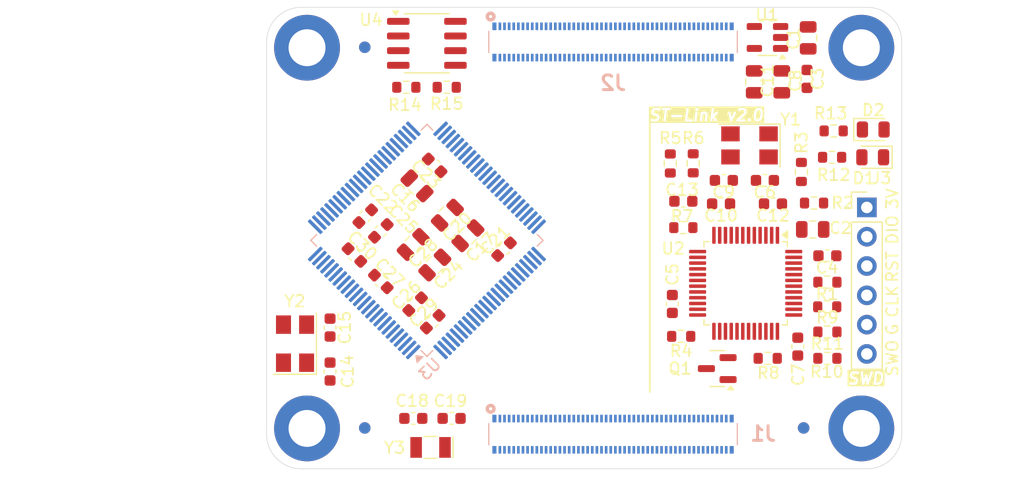
<source format=kicad_pcb>
(kicad_pcb (version 20240108) (generator "pcbnew") (generator_version "8.0")
  (layers (0 "F.Cu" signal) (1 "In1.Cu" signal) (2 "In2.Cu" signal) (31 "B.Cu" signal) (34 "B.Paste" user) (35 "F.Paste" user) (36 "B.SilkS" user "B.Silkscreen") (37 "F.SilkS" user "F.Silkscreen") (38 "B.Mask" user) (39 "F.Mask" user) (44 "Edge.Cuts" user))
  (net 0 "")
  (net 1 "Net-(Q1-E)")
  (net 2 "+3V3")
  (net 3 "Net-(Q1-B)")
  (net 4 "/mcu/BOOT")
  (net 5 "/st-link-v2/RENUM")
  (net 6 "/st-link-v2/USB_D+")
  (net 7 "/st-link-v2/LED")
  (net 8 "/st-link-v2/CLK")
  (net 9 "/mcu/T_RX")
  (net 10 "GND")
  (net 11 "/st-link-v2/DIO")
  (net 12 "/Connector-2/MCU_GPIO_18")
  (net 13 "/st-link-v2/RESET")
  (net 14 "/mcu/T_TX")
  (net 16 "/mcu/SCL")
  (net 17 "/Connector-1/USB_HOST_OUT_P+")
  (net 18 "/Connector-1/I2C_INTERRUPT_ACCEL")
  (net 19 "/Connector-2/MCU_GPIO_23")
  (net 21 "/Connector-1/CAN_OUT_TX1")
  (net 22 "/Connector-1/MOTOR_CC_IN_2")
  (net 23 "/Connector-1/I2C_INTERRUPT_KEYPAD")
  (net 24 "/Connector-1/ANALOG_BREAKOUT_PT100")
  (net 25 "/Connector-1/DIGITAL_LED_OUT_0")
  (net 26 "/Connector-1/SERIAL_OUT_RX2")
  (net 27 "/Connector-2/MCU_GPIO_4")
  (net 28 "/Connector-1/SPI_IRQ_NFC")
  (net 29 "/Connector-1/DIGITAL_NEOPIXEL_OUT")
  (net 30 "/Connector-1/ANALOG_HEATER_TEMPERATURE")
  (net 31 "/Connector-1/MOTOR_CC_IN_1")
  (net 32 "/Connector-1/DIGITAL_IR_EMITTER")
  (net 33 "/Connector-1/ANALOG_MICROPHONE")
  (net 34 "/Connector-1/SPI_CS_TFT")
  (net 35 "/Connector-1/SPI_TFT_DC")
  (net 36 "/Connector-1/ANALOG_POTENTIOMETER")
  (net 37 "/mcu/SDA")
  (net 38 "/Connector-1/MOTOR_PWM_OUT_2")
  (net 39 "/Connector-1/ANALOG_JOYSTICK_Y")
  (net 40 "/Connector-1/DIGITAL_IR_RECEIVER")
  (net 41 "/Connector-1/SPI_MISO")
  (net 42 "/Connector-1/SERIAL_OUT_TX1")
  (net 43 "Net-(U3-VCAP_1)")
  (net 44 "/Connector-2/MCU_GPIO_22")
  (net 46 "/Connector-1/ANALOG_BREAKOUT_PIEZO")
  (net 47 "/Connector-2/MCU_GPIO_26")
  (net 49 "/Connector-1/SERIAL_OUT_TX2")
  (net 50 "/Connector-1/ANALOG_JOYSTICK_X")
  (net 51 "/Connector-1/DIGITAL_BUTTON_IN_1")
  (net 52 "/Connector-2/MCU_GPIO_25")
  (net 53 "/Connector-1/DIGITAL_BUTTON_IN_2")
  (net 54 "/Connector-2/MCU_GPIO_5")
  (net 56 "/Connector-1/DIGITAL_BUTTON_IN_3")
  (net 57 "/Connector-1/DIGITAL_RGB_R")
  (net 58 "/Connector-1/MOTOR_PWM_OUT_1")
  (net 59 "/Connector-1/DIGITAL_LED_OUT_2")
  (net 60 "/Connector-1/SPI_CS_BREAKOUT")
  (net 61 "/Connector-2/MCU_GPIO_19")
  (net 63 "/Connector-1/SPI_CS_NFC")
  (net 64 "/Connector-1/CAN_SILENT")
  (net 65 "/Connector-1/DIGITAL_LED_OUT_1")
  (net 66 "/Connector-1/DIGITAL_BUZZER_OUT")
  (net 67 "/Connector-1/USB_HOST_ENABLE")
  (net 68 "/Connector-1/SERIAL_OUT_RX1")
  (net 69 "/Connector-1/DIGITAL_HEATER_OUT")
  (net 71 "/Connector-1/DIGITAL_RGB_B")
  (net 72 "/Connector-1/DIGITAL_BUTTON_IN_0")
  (net 73 "/Connector-1/SPI_CS_SEVENSEG")
  (net 75 "/Connector-1/CAN_OUT_RX1")
  (net 77 "/Connector-1/SPI_RST_NFC")
  (net 78 "/Connector-1/SPI_SCK")
  (net 79 "/Connector-1/USB_HOST_OUT_P-")
  (net 80 "/Connector-1/SPI_MOSI")
  (net 81 "/Connector-1/USB_HOST_FAULT")
  (net 82 "/Connector-1/SPI_TFT_RESET")
  (net 83 "/Connector-1/DIGITAL_RGB_G")
  (net 84 "/Connector-1/ANALOG_PHOTOTRANSISTOR")
  (net 85 "/Connector-1/USB_DP-")
  (net 86 "/Connector-1/CAN_EN")
  (net 88 "/Connector-2/SD_DET")
  (net 89 "/Connector-2/SD_DAT0")
  (net 90 "/Connector-2/MCU_GPIO_17")
  (net 92 "/Connector-2/MCU_GPIO_14")
  (net 93 "/Connector-2/MCU_GPIO_27")
  (net 95 "/Connector-2/SD_Enable")
  (net 96 "/Connector-2/MCU_GPIO_21")
  (net 97 "+5V")
  (net 100 "/Connector-2/SD_DAT1")
  (net 106 "/Connector-2/MCU_GPIO_16")
  (net 107 "/Connector-2/MCU_GPIO_7")
  (net 109 "/Connector-2/MCU_RESET")
  (net 110 "/Connector-2/MCU_GPIO_12")
  (net 114 "/Connector-2/MCU_GPIO_2")
  (net 118 "/Connector-2/MCU_GPIO_20")
  (net 119 "/Connector-2/MCU_GPIO_15")
  (net 120 "/Connector-2/SD_CMD")
  (net 121 "/Connector-2/MCU_GPIO_3")
  (net 122 "/Connector-2/SD_CLK")
  (net 127 "/Connector-2/MCU_GPIO_24")
  (net 130 "/Connector-2/MCU_GPIO_8")
  (net 131 "Net-(D1-A)")
  (net 134 "/Connector-2/MCU_GPIO_9")
  (net 135 "/Connector-2/MCU_VREF")
  (net 137 "/Connector-2/SD_DAT3")
  (net 144 "/Connector-2/MCU_GPIO_10")
  (net 147 "/Connector-2/MCU_GPIO_13")
  (net 148 "/Connector-2/MCU_GPIO_6")
  (net 153 "/Connector-2/MCU_GPIO_11")
  (net 154 "/st-link-v2/T_SWO")
  (net 155 "/st-link-v2/T_DIO")
  (net 156 "/Connector-2/SD_DAT2")
  (net 157 "Net-(U3-PC14)")
  (net 158 "Net-(U3-PH0)")
  (net 159 "Net-(U3-VCAP_2)")
  (net 160 "Net-(U3-PH1)")
  (net 161 "Net-(U3-PC15)")
  (net 164 "Net-(U2-PB12)")
  (net 166 "Net-(U2-PC13)")
  (net 172 "Net-(U2-PC14)")
  (net 182 "Net-(U2-PD0)")
  (net 183 "Net-(U2-PA0)")
  (net 185 "Net-(U2-PD1)")
  (net 187 "Net-(D2-K)")
  (net 188 "/st-link-v2/T_RST")
  (footprint "Capacitor_SMD:C_0603_1608Metric" (layer "F.Cu") (at 183.7955 74.204 -90)
    (property "Reference" "C3" (at 0 -0.9155 90) (layer "F.SilkS"))
    (property "Value" "100nF")
    (pad "1" smd roundrect (at -0.775 0 270) (size 0.9 0.95) (layers "F.Cu" "F.Paste" "F.Mask") (net 97 "+5V"))
    (pad "2" smd roundrect (at 0.775 0 270) (size 0.9 0.95) (layers "F.Cu" "F.Paste" "F.Mask") (net 10 "GND"))
  )
  (footprint "Capacitor_SMD:C_0603_1608Metric" (layer "F.Cu") (at 176.594 83.002 180)
    (property "Reference" "C9" (at 0.013 -1.016 180) (layer "F.SilkS"))
    (property "Value" "10pF")
    (pad "1" smd roundrect (at -0.775 0 180) (size 0.9 0.95) (layers "F.Cu" "F.Paste" "F.Mask") (net 185 "Net-(U2-PD1)"))
    (pad "2" smd roundrect (at 0.775 0 180) (size 0.9 0.95) (layers "F.Cu" "F.Paste" "F.Mask") (net 10 "GND"))
  )
  (footprint "Capacitor_SMD:C_0805_2012Metric" (layer "F.Cu") (at 151.564498 90.333751 45)
    (property "Reference" "C24" (at 0.231579 1.436841 45) (layer "F.SilkS"))
    (property "Value" "10uF")
    (pad "1" smd roundrect (at -0.949999 0 45) (size 1 1.45) (layers "F.Cu" "F.Paste" "F.Mask") (net 2 "+3V3"))
    (pad "2" smd roundrect (at 0.949999 0 45) (size 1 1.45) (layers "F.Cu" "F.Paste" "F.Mask") (net 10 "GND"))
  )
  (footprint "Resistor_SMD:R_0603_1608Metric" (layer "F.Cu") (at 180.391742 98.4255 180)
    (property "Reference" "R8" (at -0.063 -1.27 180) (layer "F.SilkS"))
    (property "Value" "1k5")
    (pad "1" smd roundrect (at -0.825 0 180) (size 0.8 0.95) (layers "F.Cu" "F.Paste" "F.Mask") (net 1 "Net-(Q1-E)"))
    (pad "2" smd roundrect (at 0.825 0 180) (size 0.8 0.95) (layers "F.Cu" "F.Paste" "F.Mask") (net 6 "/st-link-v2/USB_D+"))
  )
  (footprint "Capacitor_SMD:C_0603_1608Metric" (layer "F.Cu") (at 153.017579 103.632)
    (property "Reference" "C19" (at -0.096579 -1.508001 0) (layer "F.SilkS"))
    (property "Value" "2.7pF")
    (pad "1" smd roundrect (at -0.775 0) (size 0.9 0.95) (layers "F.Cu" "F.Paste" "F.Mask") (net 157 "Net-(U3-PC14)"))
    (pad "2" smd roundrect (at 0.775 0) (size 0.9 0.95) (layers "F.Cu" "F.Paste" "F.Mask") (net 10 "GND"))
  )
  (footprint "Capacitor_SMD:C_0603_1608Metric" (layer "F.Cu") (at 157.558144 88.965126 -135)
    (property "Reference" "C21" (at 0 1.077631 -135) (layer "F.SilkS"))
    (property "Value" "100nF")
    (pad "1" smd roundrect (at -0.775 0 225) (size 0.9 0.95) (layers "F.Cu" "F.Paste" "F.Mask") (net 2 "+3V3"))
    (pad "2" smd roundrect (at 0.775 0 225) (size 0.9 0.95) (layers "F.Cu" "F.Paste" "F.Mask") (net 10 "GND"))
  )
  (footprint "Capacitor_SMD:C_0805_2012Metric" (layer "F.Cu") (at 179.2235 74.458 -90)
    (property "Reference" "C11" (at -0.102 -1.1515 90) (layer "F.SilkS"))
    (property "Value" "10uF")
    (pad "1" smd roundrect (at -0.95 0 270) (size 1 1.45) (layers "F.Cu" "F.Paste" "F.Mask") (net 2 "+3V3"))
    (pad "2" smd roundrect (at 0.95 0 270) (size 1 1.45) (layers "F.Cu" "F.Paste" "F.Mask") (net 10 "GND"))
  )
  (footprint "Capacitor_SMD:C_0603_1608Metric" (layer "F.Cu") (at 142.494 99.568 -90)
    (property "Reference" "C14" (at 0 -1.524 -90) (layer "F.SilkS"))
    (property "Value" "4.7pF")
    (pad "1" smd roundrect (at -0.775 0 270) (size 0.9 0.95) (layers "F.Cu" "F.Paste" "F.Mask") (net 158 "Net-(U3-PH0)"))
    (pad "2" smd roundrect (at 0.775 0 270) (size 0.9 0.95) (layers "F.Cu" "F.Paste" "F.Mask") (net 10 "GND"))
  )
  (footprint "Capacitor_SMD:C_0603_1608Metric" (layer "F.Cu") (at 149.86 93.726 45)
    (property "Reference" "C26" (at 0 -1.077631 45) (layer "F.SilkS"))
    (property "Value" "100nF")
    (pad "1" smd roundrect (at -0.775 0 45) (size 0.9 0.95) (layers "F.Cu" "F.Paste" "F.Mask") (net 2 "+3V3"))
    (pad "2" smd roundrect (at 0.775 0 45) (size 0.9 0.95) (layers "F.Cu" "F.Paste" "F.Mask") (net 10 "GND"))
  )
  (footprint "Resistor_SMD:R_0603_1608Metric" (layer "F.Cu") (at 185.5595 98.4255 180)
    (property "Reference" "R10" (at 0.049 -1.1655 180) (layer "F.SilkS"))
    (property "Value" "10k")
    (pad "1" smd roundrect (at -0.825 0 180) (size 0.8 0.95) (layers "F.Cu" "F.Paste" "F.Mask") (net 3 "Net-(Q1-B)"))
    (pad "2" smd roundrect (at 0.825 0 180) (size 0.8 0.95) (layers "F.Cu" "F.Paste" "F.Mask") (net 10 "GND"))
  )
  (footprint "MountingHole:MountingHole_3.2mm_M3_ISO7380_Pad_TopBottom" (layer "F.Cu") (at 140.5 71.5)
    (property "Reference" "H1" (hide yes))
    (property "Value" "MountingHole")
    (pad "1" thru_hole circle (at 0 0) (size 3.6 3.6) (drill 3.2) (layers "*.Cu" "*.Mask"))
    (pad "1" connect circle (at 0 0) (size 5.7 5.7) (layers "F.Cu" "F.Mask"))
    (pad "1" connect circle (at 0 0) (size 5.7 5.7) (layers "B.Cu" "B.Mask"))
  )
  (footprint "Resistor_SMD:R_0603_1608Metric" (layer "F.Cu") (at 185.5595 96.1395 180)
    (property "Reference" "R11" (at 0 -1.016 180) (layer "F.SilkS"))
    (property "Value" "100")
    (pad "1" smd roundrect (at -0.825 0 180) (size 0.8 0.95) (layers "F.Cu" "F.Paste" "F.Mask") (net 3 "Net-(Q1-B)"))
    (pad "2" smd roundrect (at 0.825 0 180) (size 0.8 0.95) (layers "F.Cu" "F.Paste" "F.Mask") (net 5 "/st-link-v2/RENUM"))
  )
  (footprint "MountingHole:MountingHole_3.2mm_M3_ISO7380_Pad_TopBottom" (layer "F.Cu") (at 188.5 104.5)
    (property "Reference" "H3" (hide yes))
    (property "Value" "MountingHole")
    (pad "1" thru_hole circle (at 0 0) (size 3.6 3.6) (drill 3.2) (layers "*.Cu" "*.Mask"))
    (pad "1" connect circle (at 0 0) (size 5.7 5.7) (layers "F.Cu" "F.Mask"))
    (pad "1" connect circle (at 0 0) (size 5.7 5.7) (layers "B.Cu" "B.Mask"))
  )
  (footprint "MountingHole:MountingHole_3.2mm_M3_ISO7380_Pad_TopBottom" (layer "F.Cu") (at 140.5 104.5)
    (property "Reference" "H4" (hide yes))
    (property "Value" "MountingHole")
    (pad "1" thru_hole circle (at 0 0) (size 3.6 3.6) (drill 3.2) (layers "*.Cu" "*.Mask"))
    (pad "1" connect circle (at 0 0) (size 5.7 5.7) (layers "F.Cu" "F.Mask"))
    (pad "1" connect circle (at 0 0) (size 5.7 5.7) (layers "B.Cu" "B.Mask"))
  )
  (footprint "Fiducial:Fiducial_1mm_Mask3mm" (layer "F.Cu") (at 183.5 104.46)
    (property "Reference" "FID4" (hide yes))
    (property "Value" "Fiducial")
    (pad "" smd circle (at 0 0) (size 1 1) (layers "F.Cu" "F.Mask") (clearance 1))
  )
  (footprint "Capacitor_SMD:C_0603_1608Metric" (layer "F.Cu") (at 151.547751 81.697751 -45)
    (property "Reference" "C23" (at 0 1.077631 135) (layer "F.SilkS"))
    (property "Value" "100nF")
    (pad "1" smd roundrect (at -0.775 0 315) (size 0.9 0.95) (layers "F.Cu" "F.Paste" "F.Mask") (net 2 "+3V3"))
    (pad "2" smd roundrect (at 0.775 0 315) (size 0.9 0.95) (layers "F.Cu" "F.Paste" "F.Mask") (net 10 "GND"))
  )
  (footprint "Resistor_SMD:R_0603_1608Metric" (layer "F.Cu") (at 185.968 80.998)
    (property "Reference" "R12" (at 0.1355 1.524 0) (layer "F.SilkS"))
    (property "Value" "1k")
    (pad "1" smd roundrect (at -0.825 0) (size 0.8 0.95) (layers "F.Cu" "F.Paste" "F.Mask") (net 2 "+3V3"))
    (pad "2" smd roundrect (at 0.825 0) (size 0.8 0.95) (layers "F.Cu" "F.Paste" "F.Mask") (net 131 "Net-(D1-A)"))
  )
  (footprint "Capacitor_SMD:C_0603_1608Metric" (layer "F.Cu") (at 149.702579 103.632 180)
    (property "Reference" "C18" (at 0.096579 1.524 180) (layer "F.SilkS"))
    (property "Value" "2.7pF")
    (pad "1" smd roundrect (at -0.775 0 180) (size 0.9 0.95) (layers "F.Cu" "F.Paste" "F.Mask") (net 161 "Net-(U3-PC15)"))
    (pad "2" smd roundrect (at 0.775 0 180) (size 0.9 0.95) (layers "F.Cu" "F.Paste" "F.Mask") (net 10 "GND"))
  )
  (footprint "Capacitor_SMD:C_0805_2012Metric" (layer "F.Cu") (at 183.896 70.648 90)
    (property "Reference" "C1" (at -0.066 -1.27 90) (layer "F.SilkS"))
    (property "Value" "10uF")
    (pad "1" smd roundrect (at -0.95 0 90) (size 1 1.45) (layers "F.Cu" "F.Paste" "F.Mask") (net 97 "+5V"))
    (pad "2" smd roundrect (at 0.95 0 90) (size 1 1.45) (layers "F.Cu" "F.Paste" "F.Mask") (net 10 "GND"))
  )
  (footprint "Crystal:Crystal_SMD_MicroCrystal_CC7V-T1A-2Pin_3.2x1.5mm" (layer "F.Cu") (at 151.196 106.146472 180)
    (property "Reference" "Y3" (at 3.114 -0.025528 180) (layer "F.SilkS"))
    (property "Value" "32.768kHz")
    (pad "1" smd rect (at -1.249999 0 180) (size 1 1.8) (layers "F.Cu" "F.Paste" "F.Mask") (net 157 "Net-(U3-PC14)"))
    (pad "2" smd rect (at 1.249999 0 180) (size 1 1.8) (layers "F.Cu" "F.Paste" "F.Mask") (net 161 "Net-(U3-PC15)"))
  )
  (footprint "Resistor_SMD:R_0603_1608Metric" (layer "F.Cu") (at 149.098 74.93)
    (property "Reference" "R14" (at -0.119001 1.524001 0) (layer "F.SilkS"))
    (property "Value" "DNP")
    (pad "1" smd roundrect (at -0.825 0) (size 0.8 0.95) (layers "F.Cu" "F.Paste" "F.Mask") (net 2 "+3V3"))
    (pad "2" smd roundrect (at 0.825 0) (size 0.8 0.95) (layers "F.Cu" "F.Paste" "F.Mask") (net 37 "/mcu/SDA"))
  )
  (footprint "Capacitor_SMD:C_0805_2012Metric" (layer "F.Cu") (at 181.61 74.458 -90)
    (property "Reference" "C8" (at -0.102 -1.1695 90) (layer "F.SilkS"))
    (property "Value" "10uF")
    (pad "1" smd roundrect (at -0.95 0 270) (size 1 1.45) (layers "F.Cu" "F.Paste" "F.Mask") (net 2 "+3V3"))
    (pad "2" smd roundrect (at 0.95 0 270) (size 1 1.45) (layers "F.Cu" "F.Paste" "F.Mask") (net 10 "GND"))
  )
  (footprint "Resistor_SMD:R_0603_1608Metric" (layer "F.Cu") (at 173.0865 87.094)
    (property "Reference" "R7" (at -0.1125 -0.988 0) (layer "F.SilkS"))
    (property "Value" "100k")
    (pad "1" smd roundrect (at -0.825 0) (size 0.8 0.95) (layers "F.Cu" "F.Paste" "F.Mask") (net 2 "+3V3"))
    (pad "2" smd roundrect (at 0.825 0) (size 0.8 0.95) (layers "F.Cu" "F.Paste" "F.Mask") (net 13 "/st-link-v2/RESET"))
  )
  (footprint "Package_QFP:LQFP-48_7x7mm_P0.5mm" (layer "F.Cu") (at 178.4835 91.92 -90)
    (property "Reference" "U2" (at -3.02 6.2715 180) (layer "F.SilkS"))
    (property "Value" "STM32F103C8Tx")
    (pad "1" smd roundrect (at -4.1625 -2.75 270) (size 1.475 0.3) (layers "F.Cu" "F.Paste" "F.Mask") (net 2 "+3V3"))
    (pad "2" smd roundrect (at -4.1625 -2.25 270) (size 1.475 0.3) (layers "F.Cu" "F.Paste" "F.Mask") (net 166 "Net-(U2-PC13)"))
    (pad "3" smd roundrect (at -4.1625 -1.75 270) (size 1.475 0.3) (layers "F.Cu" "F.Paste" "F.Mask") (net 172 "Net-(U2-PC14)"))
    (pad "4" smd roundrect (at -4.1625 -1.25 270) (size 1.475 0.3) (layers "F.Cu" "F.Paste" "F.Mask"))
    (pad "5" smd roundrect (at -4.1625 -0.75 270) (size 1.475 0.3) (layers "F.Cu" "F.Paste" "F.Mask") (net 182 "Net-(U2-PD0)"))
    (pad "6" smd roundrect (at -4.1625 -0.25 270) (size 1.475 0.3) (layers "F.Cu" "F.Paste" "F.Mask") (net 185 "Net-(U2-PD1)"))
    (pad "7" smd roundrect (at -4.1625 0.25 270) (size 1.475 0.3) (layers "F.Cu" "F.Paste" "F.Mask") (net 13 "/st-link-v2/RESET"))
    (pad "8" smd roundrect (at -4.1625 0.75 270) (size 1.475 0.3) (layers "F.Cu" "F.Paste" "F.Mask") (net 10 "GND"))
    (pad "9" smd roundrect (at -4.1625 1.25 270) (size 1.475 0.3) (layers "F.Cu" "F.Paste" "F.Mask") (net 2 "+3V3"))
    (pad "10" smd roundrect (at -4.1625 1.75 270) (size 1.475 0.3) (layers "F.Cu" "F.Paste" "F.Mask") (net 183 "Net-(U2-PA0)"))
    (pad "11" smd roundrect (at -4.1625 2.25 270) (size 1.475 0.3) (layers "F.Cu" "F.Paste" "F.Mask"))
    (pad "12" smd roundrect (at -4.1625 2.75 270) (size 1.475 0.3) (layers "F.Cu" "F.Paste" "F.Mask") (net 14 "/mcu/T_TX"))
    (pad "13" smd roundrect (at -2.75 4.1625 270) (size 0.3 1.475) (layers "F.Cu" "F.Paste" "F.Mask") (net 9 "/mcu/T_RX"))
    (pad "14" smd roundrect (at -2.25 4.1625 270) (size 0.3 1.475) (layers "F.Cu" "F.Paste" "F.Mask"))
    (pad "15" smd roundrect (at -1.75 4.1625 270) (size 0.3 1.475) (layers "F.Cu" "F.Paste" "F.Mask") (net 8 "/st-link-v2/CLK"))
    (pad "16" smd roundrect (at -1.25 4.1625 270) (size 0.3 1.475) (layers "F.Cu" "F.Paste" "F.Mask"))
    (pad "17" smd roundrect (at -0.75 4.1625 270) (size 0.3 1.475) (layers "F.Cu" "F.Paste" "F.Mask"))
    (pad "18" smd roundrect (at -0.25 4.1625 270) (size 0.3 1.475) (layers "F.Cu" "F.Paste" "F.Mask") (net 188 "/st-link-v2/T_RST"))
    (pad "19" smd roundrect (at 0.25 4.1625 270) (size 0.3 1.475) (layers "F.Cu" "F.Paste" "F.Mask"))
    (pad "20" smd roundrect (at 0.75 4.1625 270) (size 0.3 1.475) (layers "F.Cu" "F.Paste" "F.Mask"))
    (pad "21" smd roundrect (at 1.25 4.1625 270) (size 0.3 1.475) (layers "F.Cu" "F.Paste" "F.Mask"))
    (pad "22" smd roundrect (at 1.75 4.1625 270) (size 0.3 1.475) (layers "F.Cu" "F.Paste" "F.Mask"))
    (pad "23" smd roundrect (at 2.25 4.1625 270) (size 0.3 1.475) (layers "F.Cu" "F.Paste" "F.Mask") (net 10 "GND"))
    (pad "24" smd roundrect (at 2.75 4.1625 270) (size 0.3 1.475) (layers "F.Cu" "F.Paste" "F.Mask") (net 2 "+3V3"))
    (pad "25" smd roundrect (at 4.1625 2.75 270) (size 1.475 0.3) (layers "F.Cu" "F.Paste" "F.Mask") (net 164 "Net-(U2-PB12)"))
    (pad "26" smd roundrect (at 4.1625 2.25 270) (size 1.475 0.3) (layers "F.Cu" "F.Paste" "F.Mask") (net 8 "/st-link-v2/CLK"))
    (pad "27" smd roundrect (at 4.1625 1.75 270) (size 1.475 0.3) (layers "F.Cu" "F.Paste" "F.Mask") (net 155 "/st-link-v2/T_DIO"))
    (pad "28" smd roundrect (at 4.1625 1.25 270) (size 1.475 0.3) (layers "F.Cu" "F.Paste" "F.Mask"))
    (pad "29" smd roundrect (at 4.1625 0.75 270) (size 1.475 0.3) (layers "F.Cu" "F.Paste" "F.Mask"))
    (pad "30" smd roundrect (at 4.1625 0.25 270) (size 1.475 0.3) (layers "F.Cu" "F.Paste" "F.Mask") (net 7 "/st-link-v2/LED"))
    (pad "31" smd roundrect (at 4.1625 -0.25 270) (size 1.475 0.3) (layers "F.Cu" "F.Paste" "F.Mask") (net 154 "/st-link-v2/T_SWO"))
    (pad "32" smd roundrect (at 4.1625 -0.75 270) (size 1.475 0.3) (layers "F.Cu" "F.Paste" "F.Mask") (net 85 "/Connector-1/USB_DP-"))
    (pad "33" smd roundrect (at 4.1625 -1.25 270) (size 1.475 0.3) (layers "F.Cu" "F.Paste" "F.Mask") (net 6 "/st-link-v2/USB_D+"))
    (pad "34" smd roundrect (at 4.1625 -1.75 270) (size 1.475 0.3) (layers "F.Cu" "F.Paste" "F.Mask") (net 11 "/st-link-v2/DIO"))
    (pad "35" smd roundrect (at 4.1625 -2.25 270) (size 1.475 0.3) (layers "F.Cu" "F.Paste" "F.Mask") (net 10 "GND"))
    (pad "36" smd roundrect (at 4.1625 -2.75 270) (size 1.475 0.3) (layers "F.Cu" "F.Paste" "F.Mask") (net 2 "+3V3"))
    (pad "37" smd roundrect (at 2.75 -4.1625 270) (size 0.3 1.475) (layers "F.Cu" "F.Paste" "F.Mask") (net 8 "/st-link-v2/CLK"))
    (pad "38" smd roundrect (at 2.25 -4.1625 270) (size 0.3 1.475) (layers "F.Cu" "F.Paste" "F.Mask") (net 5 "/st-link-v2/RENUM"))
    (pad "39" smd roundrect (at 1.75 -4.1625 270) (size 0.3 1.475) (layers "F.Cu" "F.Paste" "F.Mask"))
    (pad "40" smd roundrect (at 1.25 -4.1625 270) (size 0.3 1.475) (layers "F.Cu" "F.Paste" "F.Mask"))
    (pad "41" smd roundrect (at 0.75 -4.1625 270) (size 0.3 1.475) (layers "F.Cu" "F.Paste" "F.Mask"))
    (pad "42" smd roundrect (at 0.25 -4.1625 270) (size 0.3 1.475) (layers "F.Cu" "F.Paste" "F.Mask"))
    (pad "43" smd roundrect (at -0.25 -4.1625 270) (size 0.3 1.475) (layers "F.Cu" "F.Paste" "F.Mask"))
    (pad "44" smd roundrect (at -0.75 -4.1625 270) (size 0.3 1.475) (layers "F.Cu" "F.Paste" "F.Mask") (net 4 "/mcu/BOOT"))
    (pad "45" smd roundrect (at -1.25 -4.1625 270) (size 0.3 1.475) (layers "F.Cu" "F.Paste" "F.Mask"))
    (pad "46" smd roundrect (at -1.75 -4.1625 270) (size 0.3 1.475) (layers "F.Cu" "F.Paste" "F.Mask"))
    (pad "47" smd roundrect (at -2.25 -4.1625 270) (size 0.3 1.475) (layers "F.Cu" "F.Paste" "F.Mask") (net 10 "GND"))
    (pad "48" smd roundrect (at -2.75 -4.1625 270) (size 0.3 1.475) (layers "F.Cu" "F.Paste" "F.Mask") (net 2 "+3V3"))
  )
  (footprint "Capacitor_SMD:C_0603_1608Metric" (layer "F.Cu") (at 185.5595 89.5355)
    (property "Reference" "C4" (at -0.024758 1.016 0) (layer "F.SilkS"))
    (property "Value" "100nF")
    (pad "1" smd roundrect (at -0.775 0) (size 0.9 0.95) (layers "F.Cu" "F.Paste" "F.Mask") (net 2 "+3V3"))
    (pad "2" smd roundrect (at 0.775 0) (size 0.9 0.95) (layers "F.Cu" "F.Paste" "F.Mask") (net 10 "GND"))
  )
  (footprint "Resistor_SMD:R_0603_1608Metric" (layer "F.Cu") (at 184.404 84.9635)
    (property "Reference" "R2" (at 2.478654 -0.016814 0) (layer "F.SilkS"))
    (property "Value" "10k")
    (pad "1" smd roundrect (at -0.825 0) (size 0.8 0.95) (layers "F.Cu" "F.Paste" "F.Mask") (net 166 "Net-(U2-PC13)"))
    (pad "2" smd roundrect (at 0.825 0) (size 0.8 0.95) (layers "F.Cu" "F.Paste" "F.Mask") (net 10 "GND"))
  )
  (footprint "Capacitor_SMD:C_0805_2012Metric" (layer "F.Cu") (at 149.696249 88.555751 45)
    (property "Reference" "C28" (at 0.063816 1.141446 45) (layer "F.SilkS"))
    (property "Value" "10uF")
    (pad "1" smd roundrect (at -0.949999 0 45) (size 1 1.45) (layers "F.Cu" "F.Paste" "F.Mask") (net 2 "+3V3"))
    (pad "2" smd roundrect (at 0.949999 0 45) (size 1 1.45) (layers "F.Cu" "F.Paste" "F.Mask") (net 10 "GND"))
  )
  (footprint "MountingHole:MountingHole_3.2mm_M3_ISO7380_Pad_TopBottom" (layer "F.Cu") (at 188.5 71.5)
    (property "Reference" "H2" (hide yes))
    (property "Value" "MountingHole")
    (pad "1" thru_hole circle (at 0 0) (size 3.6 3.6) (drill 3.2) (layers "*.Cu" "*.Mask"))
    (pad "1" connect circle (at 0 0) (size 5.7 5.7) (layers "F.Cu" "F.Mask"))
    (pad "1" connect circle (at 0 0) (size 5.7 5.7) (layers "B.Cu" "B.Mask"))
  )
  (footprint "Package_TO_SOT_SMD:SOT-23-5" (layer "F.Cu") (at 180.372 70.612 180)
    (property "Reference" "U1" (at 0.032 1.93 180) (layer "F.SilkS"))
    (property "Value" "AP2112K-3.3")
    (pad "1" smd roundrect (at -1.1375 -0.95 180) (size 1.325 0.6) (layers "F.Cu" "F.Paste" "F.Mask") (net 97 "+5V"))
    (pad "2" smd roundrect (at -1.1375 0 180) (size 1.325 0.6) (layers "F.Cu" "F.Paste" "F.Mask") (net 10 "GND"))
    (pad "3" smd roundrect (at -1.1375 0.95 180) (size 1.325 0.6) (layers "F.Cu" "F.Paste" "F.Mask") (net 97 "+5V"))
    (pad "4" smd roundrect (at 1.1375 0.95 180) (size 1.325 0.6) (layers "F.Cu" "F.Paste" "F.Mask"))
    (pad "5" smd roundrect (at 1.1375 -0.95 180) (size 1.325 0.6) (layers "F.Cu" "F.Paste" "F.Mask") (net 2 "+3V3"))
  )
  (footprint "Crystal:Crystal_SMD_5032-4Pin_5.0x3.2mm" (layer "F.Cu") (at 139.462 97.154 90)
    (property "Reference" "Y2" (at 3.682 -0.016 0) (layer "F.SilkS"))
    (property "Value" "8MHz")
    (pad "1" smd rect (at -1.65 1 90) (size 1.6 1.3) (layers "F.Cu" "F.Paste" "F.Mask") (net 158 "Net-(U3-PH0)"))
    (pad "2" smd rect (at 1.65 1 90) (size 1.6 1.3) (layers "F.Cu" "F.Paste" "F.Mask") (net 10 "GND"))
    (pad "3" smd rect (at 1.65 -1 90) (size 1.6 1.3) (layers "F.Cu" "F.Paste" "F.Mask") (net 160 "Net-(U3-PH1)"))
    (pad "4" smd rect (at -1.65 -1 90) (size 1.6 1.3) (layers "F.Cu" "F.Paste" "F.Mask") (net 10 "GND"))
  )
  (footprint "Connector_PinHeader_2.54mm:PinHeader_1x06_P2.54mm_Vertical" (layer "F.Cu") (at 188.976 85.344)
    (property "Reference" "J3" (at 1.27 -2.54 0) (layer "F.SilkS"))
    (property "Value" "Conn_ARM_SWD_TagConnect_TC2030")
    (pad "1" thru_hole rect (at 0 0) (size 1.7 1.7) (drill 1) (layers "*.Cu" "*.Mask") (net 2 "+3V3"))
    (pad "2" thru_hole oval (at 0 2.54) (size 1.7 1.7) (drill 1) (layers "*.Cu" "*.Mask") (net 155 "/st-link-v2/T_DIO"))
    (pad "3" thru_hole oval (at 0 5.08) (size 1.7 1.7) (drill 1) (layers "*.Cu" "*.Mask") (net 188 "/st-link-v2/T_RST"))
    (pad "4" thru_hole oval (at 0 7.62) (size 1.7 1.7) (drill 1) (layers "*.Cu" "*.Mask") (net 8 "/st-link-v2/CLK"))
    (pad "5" thru_hole oval (at 0 10.16) (size 1.7 1.7) (drill 1) (layers "*.Cu" "*.Mask") (net 10 "GND"))
    (pad "6" thru_hole oval (at 0 12.7) (size 1.7 1.7) (drill 1) (layers "*.Cu" "*.Mask") (net 154 "/st-link-v2/T_SWO"))
  )
  (footprint "Capacitor_SMD:C_0805_2012Metric" (layer "F.Cu") (at 154.432 87.793751 -135)
    (property "Reference" "C17" (at -0.063816 -1.500657 -135) (layer "F.SilkS"))
    (property "Value" "2.2uF")
    (pad "1" smd roundrect (at -0.949999 0 225) (size 1 1.45) (layers "F.Cu" "F.Paste" "F.Mask") (net 159 "Net-(U3-VCAP_2)"))
    (pad "2" smd roundrect (at 0.949999 0 225) (size 1 1.45) (layers "F.Cu" "F.Paste" "F.Mask") (net 10 "GND"))
  )
  (footprint "Capacitor_SMD:C_0603_1608Metric" (layer "F.Cu") (at 180.15 83.002)
    (property "Reference" "C6" (at -0.013 1.016 0) (layer "F.SilkS"))
    (property "Value" "10pF")
    (pad "1" smd roundrect (at -0.775 0) (size 0.9 0.95) (layers "F.Cu" "F.Paste" "F.Mask") (net 182 "Net-(U2-PD0)"))
    (pad "2" smd roundrect (at 0.775 0) (size 0.9 0.95) (layers "F.Cu" "F.Paste" "F.Mask") (net 10 "GND"))
  )
  (footprint "Fiducial:Fiducial_1mm_Mask3mm" (layer "F.Cu") (at 145.5 71.46)
    (property "Reference" "FID6" (hide yes))
    (property "Value" "Fiducial")
    (pad "" smd circle (at 0 0) (size 1 1) (layers "F.Cu" "F.Mask") (clearance 1))
  )
  (footprint "LED_SMD:LED_0805_2012Metric" (layer "F.Cu") (at 189.530811 78.590864)
    (property "Reference" "D2" (at 0 -1.68027 0) (layer "F.SilkS"))
    (property "Value" "LED")
    (pad "1" smd roundrect (at -0.9375 0) (size 0.975 1.4) (layers "F.Cu" "F.Paste" "F.Mask") (net 187 "Net-(D2-K)"))
    (pad "2" smd roundrect (at 0.9375 0) (size 0.975 1.4) (layers "F.Cu" "F.Paste" "F.Mask") (net 7 "/st-link-v2/LED"))
  )
  (footprint "Package_SO:SOIC-8_3.9x4.9mm_P1.27mm" (layer "F.Cu") (at 150.876 71.12)
    (property "Reference" "U4" (at -4.826 -2.032 0) (layer "F.SilkS"))
    (property "Value" "M24C32-WMN6TP")
    (pad "1" smd roundrect (at -2.475 -1.905) (size 1.95 0.6) (layers "F.Cu" "F.Paste" "F.Mask") (net 2 "+3V3"))
    (pad "2" smd roundrect (at -2.475 -0.635) (size 1.95 0.6) (layers "F.Cu" "F.Paste" "F.Mask") (net 2 "+3V3"))
    (pad "3" smd roundrect (at -2.475 0.635) (size 1.95 0.6) (layers "F.Cu" "F.Paste" "F.Mask") (net 2 "+3V3"))
    (pad "4" smd roundrect (at -2.475 1.905) (size 1.95 0.6) (layers "F.Cu" "F.Paste" "F.Mask") (net 10 "GND"))
    (pad "5" smd roundrect (at 2.475 1.905) (size 1.95 0.6) (layers "F.Cu" "F.Paste" "F.Mask") (net 37 "/mcu/SDA"))
    (pad "6" smd roundrect (at 2.475 0.635) (size 1.95 0.6) (layers "F.Cu" "F.Paste" "F.Mask") (net 16 "/mcu/SCL"))
    (pad "7" smd roundrect (at 2.475 -0.635) (size 1.95 0.6) (layers "F.Cu" "F.Paste" "F.Mask") (net 10 "GND"))
    (pad "8" smd roundrect (at 2.475 -1.905) (size 1.95 0.6) (layers "F.Cu" "F.Paste" "F.Mask") (net 2 "+3V3"))
  )
  (footprint "Resistor_SMD:R_0603_1608Metric" (layer "F.Cu") (at 172.8995 96.52)
    (property "Reference" "R4" (at 0 1.27 0) (layer "F.SilkS"))
    (property "Value" "100")
    (pad "1" smd roundrect (at -0.825 0) (size 0.8 0.95) (layers "F.Cu" "F.Paste" "F.Mask") (net 155 "/st-link-v2/T_DIO"))
    (pad "2" smd roundrect (at 0.825 0) (size 0.8 0.95) (layers "F.Cu" "F.Paste" "F.Mask") (net 164 "Net-(U2-PB12)"))
  )
  (footprint "Capacitor_SMD:C_0603_1608Metric" (layer "F.Cu") (at 145.542 86.106 45)
    (property "Reference" "C22" (at 2.155261 0 -45) (layer "F.SilkS"))
    (property "Value" "100nF")
    (pad "1" smd roundrect (at -0.775 0 45) (size 0.9 0.95) (layers "F.Cu" "F.Paste" "F.Mask") (net 2 "+3V3"))
    (pad "2" smd roundrect (at 0.775 0 45) (size 0.9 0.95) (layers "F.Cu" "F.Paste" "F.Mask") (net 10 "GND"))
  )
  (footprint "Resistor_SMD:R_0603_1608Metric" (layer "F.Cu") (at 173.939678 81.521411 90)
    (property "Reference" "R6" (at 2.195411 0.010322 0) (layer "F.SilkS"))
    (property "Value" "4k7")
    (pad "1" smd roundrect (at -0.825 0 90) (size 0.8 0.95) (layers "F.Cu" "F.Paste" "F.Mask") (net 183 "Net-(U2-PA0)"))
    (pad "2" smd roundrect (at 0.825 0 90) (size 0.8 0.95) (layers "F.Cu" "F.Paste" "F.Mask") (net 10 "GND"))
  )
  (footprint "Crystal:Crystal_SMD_5032-4Pin_5.0x3.2mm" (layer "F.Cu") (at 178.816 79.97 180)
    (property "Reference" "Y1" (at -3.556 2.246 0) (layer "F.SilkS"))
    (property "Value" "8MHz")
    (pad "1" smd rect (at -1.65 1 180) (size 1.6 1.3) (layers "F.Cu" "F.Paste" "F.Mask") (net 182 "Net-(U2-PD0)"))
    (pad "2" smd rect (at 1.65 1 180) (size 1.6 1.3) (layers "F.Cu" "F.Paste" "F.Mask") (net 10 "GND"))
    (pad "3" smd rect (at 1.65 -1 180) (size 1.6 1.3) (layers "F.Cu" "F.Paste" "F.Mask") (net 185 "Net-(U2-PD1)"))
    (pad "4" smd rect (at -1.65 -1 180) (size 1.6 1.3) (layers "F.Cu" "F.Paste" "F.Mask") (net 10 "GND"))
  )
  (footprint "Resistor_SMD:R_0603_1608Metric" (layer "F.Cu") (at 185.5595 91.8215)
    (property "Reference" "R1" (at -0.024758 1.016 0) (layer "F.SilkS"))
    (property "Value" "100k")
    (pad "1" smd roundrect (at -0.825 0) (size 0.8 0.95) (layers "F.Cu" "F.Paste" "F.Mask") (net 4 "/mcu/BOOT"))
    (pad "2" smd roundrect (at 0.825 0) (size 0.8 0.95) (layers "F.Cu" "F.Paste" "F.Mask") (net 10 "GND"))
  )
  (footprint "Capacitor_SMD:C_0603_1608Metric" (layer "F.Cu") (at 151.384 95.25 45)
    (property "Reference" "C29" (at 0 -1.077631 45) (layer "F.SilkS"))
    (property "Value" "100nF")
    (pad "1" smd roundrect (at -0.775 0 45) (size 0.9 0.95) (layers "F.Cu" "F.Paste" "F.Mask") (net 2 "+3V3"))
    (pad "2" smd roundrect (at 0.775 0 45) (size 0.9 0.95) (layers "F.Cu" "F.Paste" "F.Mask") (net 10 "GND"))
  )
  (footprint "Capacitor_SMD:C_0805_2012Metric" (layer "F.Cu") (at 152.654 86.015751 -135)
    (property "Reference" "C20" (at 0.115789 -1.321052 -135) (layer "F.SilkS"))
    (property "Value" "10uF")
    (pad "1" smd roundrect (at -0.949999 0 225) (size 1 1.45) (layers "F.Cu" "F.Paste" "F.Mask") (net 2 "+3V3"))
    (pad "2" smd roundrect (at 0.949999 0 225) (size 1 1.45) (layers "F.Cu" "F.Paste" "F.Mask") (net 10 "GND"))
  )
  (footprint "Capacitor_SMD:C_0805_2012Metric" (layer "F.Cu") (at 184.2895 87.2495)
    (property "Reference" "C2" (at 2.4005 -0.1275 0) (layer "F.SilkS"))
    (property "Value" "10uF")
    (pad "1" smd roundrect (at -0.95 0) (size 1 1.45) (layers "F.Cu" "F.Paste" "F.Mask") (net 2 "+3V3"))
    (pad "2" smd roundrect (at 0.95 0) (size 1 1.45) (layers "F.Cu" "F.Paste" "F.Mask") (net 10 "GND"))
  )
  (footprint "LED_SMD:LED_0805_2012Metric" (layer "F.Cu") (at 189.484 80.998 180)
    (property "Reference" "D1" (at 0.762 -1.806 180) (layer "F.SilkS"))
    (property "Value" "LED")
    (pad "1" smd roundrect (at -0.9375 0 180) (size 0.975 1.4) (layers "F.Cu" "F.Paste" "F.Mask") (net 7 "/st-link-v2/LED"))
    (pad "2" smd roundrect (at 0.9375 0 180) (size 0.975 1.4) (layers "F.Cu" "F.Paste" "F.Mask") (net 131 "Net-(D1-A)"))
  )
  (footprint "Capacitor_SMD:C_0603_1608Metric" (layer "F.Cu") (at 142.494 95.758 90)
    (property "Reference" "C15" (at 0 1.27 90) (layer "F.SilkS"))
    (property "Value" "4.7pF")
    (pad "1" smd roundrect (at -0.775 0 90) (size 0.9 0.95) (layers "F.Cu" "F.Paste" "F.Mask") (net 160 "Net-(U3-PH1)"))
    (pad "2" smd roundrect (at 0.775 0 90) (size 0.9 0.95) (layers "F.Cu" "F.Paste" "F.Mask") (net 10 "GND"))
  )
  (footprint "Capacitor_SMD:C_0603_1608Metric" (layer "F.Cu") (at 182.994742 97.4095 -90)
    (property "Reference" "C7" (at 2.4415 -0.028 90) (layer "F.SilkS"))
    (property "Value" "100nF")
    (pad "1" smd roundrect (at -0.775 0 270) (size 0.9 0.95) (layers "F.Cu" "F.Paste" "F.Mask") (net 2 "+3V3"))
    (pad "2" smd roundrect (at 0.775 0 270) (size 0.9 0.95) (layers "F.Cu" "F.Paste" "F.Mask") (net 10 "GND"))
  )
  (footprint "Resistor_SMD:R_0603_1608Metric" (layer "F.Cu") (at 171.958 81.534 -90)
    (property "Reference" "R5" (at -2.208 0 180) (layer "F.SilkS"))
    (property "Value" "4k7")
    (pad "1" smd roundrect (at -0.825 0 270) (size 0.8 0.95) (layers "F.Cu" "F.Paste" "F.Mask") (net 2 "+3V3"))
    (pad "2" smd roundrect (at 0.825 0 270) (size 0.8 0.95) (layers "F.Cu" "F.Paste" "F.Mask") (net 183 "Net-(U2-PA0)"))
  )
  (footprint "Resistor_SMD:R_0603_1608Metric" (layer "F.Cu") (at 183.3095 82.268 90)
    (property "Reference" "R3" (at 2.54 0 -90) (layer "F.SilkS"))
    (property "Value" "DNP")
    (pad "1" smd roundrect (at -0.825 0 90) (size 0.8 0.95) (layers "F.Cu" "F.Paste" "F.Mask") (net 172 "Net-(U2-PC14)"))
    (pad "2" smd roundrect (at 0.825 0 90) (size 0.8 0.95) (layers "F.Cu" "F.Paste" "F.Mask") (net 10 "GND"))
  )
  (footprint "Fiducial:Fiducial_1mm_Mask3mm" (layer "F.Cu") (at 145.5 104.46)
    (property "Reference" "FID3" (hide yes))
    (property "Value" "Fiducial")
    (pad "" smd circle (at 0 0) (size 1 1) (layers "F.Cu" "F.Mask") (clearance 1))
  )
  (footprint "Capacitor_SMD:C_0805_2012Metric" (layer "F.Cu") (at 150.023751 83.475751 -45)
    (property "Reference" "C16" (at 0 1.436841 135) (layer "F.SilkS"))
    (property "Value" "2.2uF")
    (pad "1" smd roundrect (at -0.949999 0 315) (size 1 1.45) (layers "F.Cu" "F.Paste" "F.Mask") (net 43 "Net-(U3-VCAP_1)"))
    (pad "2" smd roundrect (at 0.949999 0 315) (size 1 1.45) (layers "F.Cu" "F.Paste" "F.Mask") (net 10 "GND"))
  )
  (footprint "Capacitor_SMD:C_0603_1608Metric" (layer "F.Cu") (at 180.848 85.034 180)
    (property "Reference" "C12" (at -0.001762 -1.016 180) (layer "F.SilkS"))
    (property "Value" "100nF")
    (pad "1" smd roundrect (at -0.775 0 180) (size 0.9 0.95) (layers "F.Cu" "F.Paste" "F.Mask") (net 2 "+3V3"))
    (pad "2" smd roundrect (at 0.775 0 180) (size 0.9 0.95) (layers "F.Cu" "F.Paste" "F.Mask") (net 10 "GND"))
  )
  (footprint "Capacitor_SMD:C_0603_1608Metric" (layer "F.Cu") (at 146.890144 91.759126 135)
    (property "Reference" "C27" (at 0 1.077631 -45) (layer "F.SilkS"))
    (property "Value" "100nF")
    (pad "1" smd roundrect (at -0.775 0 135) (size 0.9 0.95) (layers "F.Cu" "F.Paste" "F.Mask") (net 2 "+3V3"))
    (pad "2" smd roundrect (at 0.775 0 135) (size 0.9 0.95) (layers "F.Cu" "F.Paste" "F.Mask") (net 10 "GND"))
  )
  (footprint "Capacitor_SMD:C_0603_1608Metric" (layer "F.Cu") (at 144.604144 89.473126 135)
    (property "Reference" "C25" (at -0.796718 5.199343 -45) (layer "F.SilkS"))
    (property "Value" "100nF")
    (pad "1" smd roundrect (at -0.775 0 135) (size 0.9 0.95) (layers "F.Cu" "F.Paste" "F.Mask") (net 2 "+3V3"))
    (pad "2" smd roundrect (at 0.775 0 135) (size 0.9 0.95) (layers "F.Cu" "F.Paste" "F.Mask") (net 10 "GND"))
  )
  (footprint "Capacitor_SMD:C_0603_1608Metric" (layer "F.Cu") (at 172.1335 93.711 90)
    (property "Reference" "C5" (at 2.553 0 -90) (layer "F.SilkS"))
    (property "Value" "100nF")
    (pad "1" smd roundrect (at -0.775 0 90) (size 0.9 0.95) (layers "F.Cu" "F.Paste" "F.Mask") (net 2 "+3V3"))
    (pad "2" smd roundrect (at 0.775 0 90) (size 0.9 0.95) (layers "F.Cu" "F.Paste" "F.Mask") (net 10 "GND"))
  )
  (footprint "Resistor_SMD:R_0603_1608Metric" (layer "F.Cu") (at 185.5455 93.958)
    (property "Reference" "R9" (at 0.014 0.9115 0) (layer "F.SilkS"))
    (property "Value" "10k")
    (pad "1" smd roundrect (at -0.825 0) (size 0.8 0.95) (layers "F.Cu" "F.Paste" "F.Mask") (net 2 "+3V3"))
    (pad "2" smd roundrect (at 0.825 0) (size 0.8 0.95) (layers "F.Cu" "F.Paste" "F.Mask") (net 3 "Net-(Q1-B)"))
  )
  (footprint "Capacitor_SMD:C_0603_1608Metric" (layer "F.Cu") (at 173.0865 84.808 180)
    (property "Reference" "C13" (at 0.1125 0.988 180) (layer "F.SilkS"))
    (property "Value" "100nF")
    (pad "1" smd roundrect (at -0.775 0 180) (size 0.9 0.95) (layers "F.Cu" "F.Paste" "F.Mask") (net 13 "/st-link-v2/RESET"))
    (pad "2" smd roundrect (at 0.775 0 180) (size 0.9 0.95) (layers "F.Cu" "F.Paste" "F.Mask") (net 10 "GND"))
  )
  (footprint "Package_TO_SOT_SMD:SOT-23" (layer "F.Cu") (at 176.022 99.314 180)
    (property "Reference" "Q1" (at 3.221242 0 180) (layer "F.SilkS"))
    (property "Value" "BC850")
    (pad "1" smd roundrect (at -0.9375 -0.95 180) (size 1.475 0.6) (layers "F.Cu" "F.Paste" "F.Mask") (net 3 "Net-(Q1-B)"))
    (pad "2" smd roundrect (at -0.9375 0.95 180) (size 1.475 0.6) (layers "F.Cu" "F.Paste" "F.Mask") (net 1 "Net-(Q1-E)"))
    (pad "3" smd roundrect (at 0.9375 0 180) (size 1.475 0.6) (layers "F.Cu" "F.Paste" "F.Mask") (net 2 "+3V3"))
  )
  (footprint "Capacitor_SMD:C_0603_1608Metric" (layer "F.Cu") (at 176.353 85.034)
    (property "Reference" "C10" (at 0 1.016 0) (layer "F.SilkS"))
    (property "Value" "100nF")
    (pad "1" smd roundrect (at -0.775 0) (size 0.9 0.95) (layers "F.Cu" "F.Paste" "F.Mask") (net 2 "+3V3"))
    (pad "2" smd roundrect (at 0.775 0) (size 0.9 0.95) (layers "F.Cu" "F.Paste" "F.Mask") (net 10 "GND"))
  )
  (footprint "Resistor_SMD:R_0603_1608Metric" (layer "F.Cu") (at 152.597999 74.930001 180)
    (property "Reference" "R15" (at 0 -1.43 180) (layer "F.SilkS"))
    (property "Value" "DNP")
    (pad "1" smd roundrect (at -0.825 0 180) (size 0.8 0.95) (layers "F.Cu" "F.Paste" "F.Mask") (net 2 "+3V3"))
    (pad "2" smd roundrect (at 0.825 0 180) (size 0.8 0.95) (layers "F.Cu" "F.Paste" "F.Mask") (net 16 "/mcu/SCL"))
  )
  (footprint "Capacitor_SMD:C_0603_1608Metric" (layer "F.Cu") (at 146.890144 87.376 45)
    (property "Reference" "C30" (at -2.030912 -0.234861 135) (layer "F.SilkS"))
    (property "Value" "100nF")
    (pad "1" smd roundrect (at -0.775 0 45) (size 0.9 0.95) (layers "F.Cu" "F.Paste" "F.Mask") (net 2 "+3V3"))
    (pad "2" smd roundrect (at 0.775 0 45) (size 0.9 0.95) (layers "F.Cu" "F.Paste" "F.Mask") (net 10 "GND"))
  )
  (footprint "Resistor_SMD:R_0603_1608Metric" (layer "F.Cu") (at 186.1035 78.712 180)
    (property "Reference" "R13" (at 0.254 1.524 180) (layer "F.SilkS"))
    (property "Value" "1k")
    (pad "1" smd roundrect (at -0.825 0 180) (size 0.8 0.95) (layers "F.Cu" "F.Paste" "F.Mask") (net 187 "Net-(D2-K)"))
    (pad "2" smd roundrect (at 0.825 0 180) (size 0.8 0.95) (layers "F.Cu" "F.Paste" "F.Mask") (net 10 "GND"))
  )
  (footprint "Fiducial:Fiducial_1mm_Mask3mm" (layer "B.Cu") (at 145.5 104.46 180)
    (property "Reference" "FID5" (hide yes))
    (property "Value" "Fiducial")
    (pad "" smd circle (at 0 0 180) (size 1 1) (layers "B.Cu" "B.Mask") (clearance 1))
  )
  (footprint "DF40C-100DP-0:DF40C100DP04V51" (layer "B.Cu") (at 167 71)
    (property "Reference" "J2" (at 0 3.556 0) (layer "B.SilkS") (effects (font (size 1.27 1.27) (thickness 0.254)) (justify mirror)))
    (property "Value" "DF40C-100DP-04V-51" (hide yes))
    (pad "1" smd rect (at -9.8 -1.355) (size 0.23 0.66) (layers "B.Cu" "B.Paste" "B.Mask"))
    (pad "2" smd rect (at -9.8 1.355) (size 0.23 0.66) (layers "B.Cu" "B.Paste" "B.Mask") (net 109 "/Connector-2/MCU_RESET"))
    (pad "3" smd rect (at -9.4 -1.355) (size 0.23 0.66) (layers "B.Cu" "B.Paste" "B.Mask"))
    (pad "4" smd rect (at -9.4 1.355) (size 0.23 0.66) (layers "B.Cu" "B.Paste" "B.Mask") (net 10 "GND"))
    (pad "5" smd rect (at -9 -1.355) (size 0.23 0.66) (layers "B.Cu" "B.Paste" "B.Mask"))
    (pad "6" smd rect (at -9 1.355) (size 0.23 0.66) (layers "B.Cu" "B.Paste" "B.Mask"))
    (pad "7" smd rect (at -8.6 -1.355) (size 0.23 0.66) (layers "B.Cu" "B.Paste" "B.Mask"))
    (pad "8" smd rect (at -8.6 1.355) (size 0.23 0.66) (layers "B.Cu" "B.Paste" "B.Mask"))
    (pad "9" smd rect (at -8.2 -1.355) (size 0.23 0.66) (layers "B.Cu" "B.Paste" "B.Mask"))
    (pad "10" smd rect (at -8.2 1.355) (size 0.23 0.66) (layers "B.Cu" "B.Paste" "B.Mask"))
    (pad "11" smd rect (at -7.8 -1.355) (size 0.23 0.66) (layers "B.Cu" "B.Paste" "B.Mask"))
    (pad "12" smd rect (at -7.8 1.355) (size 0.23 0.66) (layers "B.Cu" "B.Paste" "B.Mask") (net 2 "+3V3"))
    (pad "13" smd rect (at -7.4 -1.355) (size 0.23 0.66) (layers "B.Cu" "B.Paste" "B.Mask") (net 97 "+5V"))
    (pad "14" smd rect (at -7.4 1.355) (size 0.23 0.66) (layers "B.Cu" "B.Paste" "B.Mask") (net 2 "+3V3"))
    (pad "15" smd rect (at -7 -1.355) (size 0.23 0.66) (layers "B.Cu" "B.Paste" "B.Mask") (net 97 "+5V"))
    (pad "16" smd rect (at -7 1.355) (size 0.23 0.66) (layers "B.Cu" "B.Paste" "B.Mask") (net 2 "+3V3"))
    (pad "17" smd rect (at -6.6 -1.355) (size 0.23 0.66) (layers "B.Cu" "B.Paste" "B.Mask") (net 97 "+5V"))
    (pad "18" smd rect (at -6.6 1.355) (size 0.23 0.66) (layers "B.Cu" "B.Paste" "B.Mask") (net 2 "+3V3"))
    (pad "19" smd rect (at -6.2 -1.355) (size 0.23 0.66) (layers "B.Cu" "B.Paste" "B.Mask") (net 97 "+5V"))
    (pad "20" smd rect (at -6.2 1.355) (size 0.23 0.66) (layers "B.Cu" "B.Paste" "B.Mask"))
    (pad "21" smd rect (at -5.8 -1.355) (size 0.23 0.66) (layers "B.Cu" "B.Paste" "B.Mask") (net 97 "+5V"))
    (pad "22" smd rect (at -5.8 1.355) (size 0.23 0.66) (layers "B.Cu" "B.Paste" "B.Mask"))
    (pad "23" smd rect (at -5.4 -1.355) (size 0.23 0.66) (layers "B.Cu" "B.Paste" "B.Mask") (net 97 "+5V"))
    (pad "24" smd rect (at -5.4 1.355) (size 0.23 0.66) (layers "B.Cu" "B.Paste" "B.Mask") (net 135 "/Connector-2/MCU_VREF"))
    (pad "25" smd rect (at -5 -1.355) (size 0.23 0.66) (layers "B.Cu" "B.Paste" "B.Mask") (net 95 "/Connector-2/SD_Enable"))
    (pad "26" smd rect (at -5 1.355) (size 0.23 0.66) (layers "B.Cu" "B.Paste" "B.Mask") (net 88 "/Connector-2/SD_DET"))
    (pad "27" smd rect (at -4.6 -1.355) (size 0.23 0.66) (layers "B.Cu" "B.Paste" "B.Mask"))
    (pad "28" smd rect (at -4.6 1.355) (size 0.23 0.66) (layers "B.Cu" "B.Paste" "B.Mask") (net 10 "GND"))
    (pad "29" smd rect (at -4.2 -1.355) (size 0.23 0.66) (layers "B.Cu" "B.Paste" "B.Mask") (net 10 "GND"))
    (pad "30" smd rect (at -4.2 1.355) (size 0.23 0.66) (layers "B.Cu" "B.Paste" "B.Mask"))
    (pad "31" smd rect (at -3.8 -1.355) (size 0.23 0.66) (layers "B.Cu" "B.Paste" "B.Mask") (net 156 "/Connector-2/SD_DAT2"))
    (pad "32" smd rect (at -3.8 1.355) (size 0.23 0.66) (layers "B.Cu" "B.Paste" "B.Mask"))
    (pad "33" smd rect (at -3.4 -1.355) (size 0.23 0.66) (layers "B.Cu" "B.Paste" "B.Mask") (net 100 "/Connector-2/SD_DAT1"))
    (pad "34" smd rect (at -3.4 1.355) (size 0.23 0.66) (layers "B.Cu" "B.Paste" "B.Mask"))
    (pad "35" smd rect (at -3 -1.355) (size 0.23 0.66) (layers "B.Cu" "B.Paste" "B.Mask") (net 10 "GND"))
    (pad "36" smd rect (at -3 1.355) (size 0.23 0.66) (layers "B.Cu" "B.Paste" "B.Mask") (net 10 "GND"))
    (pad "37" smd rect (at -2.6 -1.355) (size 0.23 0.66) (layers "B.Cu" "B.Paste" "B.Mask") (net 89 "/Connector-2/SD_DAT0"))
    (pad "38" smd rect (at -2.6 1.355) (size 0.23 0.66) (layers "B.Cu" "B.Paste" "B.Mask"))
    (pad "39" smd rect (at -2.2 -1.355) (size 0.23 0.66) (layers "B.Cu" "B.Paste" "B.Mask") (net 137 "/Connector-2/SD_DAT3"))
    (pad "40" smd rect (at -2.2 1.355) (size 0.23 0.66) (layers "B.Cu" "B.Paste" "B.Mask") (net 120 "/Connector-2/SD_CMD"))
    (pad "41" smd rect (at -1.8 -1.355) (size 0.23 0.66) (layers "B.Cu" "B.Paste" "B.Mask") (net 10 "GND"))
    (pad "42" smd rect (at -1.8 1.355) (size 0.23 0.66) (layers "B.Cu" "B.Paste" "B.Mask") (net 10 "GND"))
    (pad "43" smd rect (at -1.4 -1.355) (size 0.23 0.66) (layers "B.Cu" "B.Paste" "B.Mask") (net 122 "/Connector-2/SD_CLK"))
    (pad "44" smd rect (at -1.4 1.355) (size 0.23 0.66) (layers "B.Cu" "B.Paste" "B.Mask") (net 114 "/Connector-2/MCU_GPIO_2"))
    (pad "45" smd rect (at -1 -1.355) (size 0.23 0.66) (layers "B.Cu" "B.Paste" "B.Mask") (net 92 "/Connector-2/MCU_GPIO_14"))
    (pad "46" smd rect (at -1 1.355) (size 0.23 0.66) (layers "B.Cu" "B.Paste" "B.Mask") (net 121 "/Connector-2/MCU_GPIO_3"))
    (pad "47" smd rect (at -0.6 -1.355) (size 0.23 0.66) (layers "B.Cu" "B.Paste" "B.Mask") (net 10 "GND"))
    (pad "48" smd rect (at -0.6 1.355) (size 0.23 0.66) (layers "B.Cu" "B.Paste" "B.Mask") (net 27 "/Connector-2/MCU_GPIO_4"))
    (pad "49" smd rect (at -0.2 -1.355) (size 0.23 0.66) (layers "B.Cu" "B.Paste" "B.Mask") (net 119 "/Connector-2/MCU_GPIO_15"))
    (pad "50" smd rect (at -0.2 1.355) (size 0.23 0.66) (layers "B.Cu" "B.Paste" "B.Mask") (net 10 "GND"))
    (pad "51" smd rect (at 0.2 -1.355) (size 0.23 0.66) (layers "B.Cu" "B.Paste" "B.Mask") (net 12 "/Connector-2/MCU_GPIO_18"))
    (pad "52" smd rect (at 0.2 1.355) (size 0.23 0.66) (layers "B.Cu" "B.Paste" "B.Mask") (net 90 "/Connector-2/MCU_GPIO_17"))
    (pad "53" smd rect (at 0.6 -1.355) (size 0.23 0.66) (layers "B.Cu" "B.Paste" "B.Mask") (net 19 "/Connector-2/MCU_GPIO_23"))
    (pad "54" smd rect (at 0.6 1.355) (size 0.23 0.66) (layers "B.Cu" "B.Paste" "B.Mask") (net 93 "/Connector-2/MCU_GPIO_27"))
    (pad "55" smd rect (at 1 -1.355) (size 0.23 0.66) (layers "B.Cu" "B.Paste" "B.Mask") (net 127 "/Connector-2/MCU_GPIO_24"))
    (pad "56" smd rect (at 1 1.355) (size 0.23 0.66) (layers "B.Cu" "B.Paste" "B.Mask") (net 44 "/Connector-2/MCU_GPIO_22"))
    (pad "57" smd rect (at 1.4 -1.355) (size 0.23 0.66) (layers "B.Cu" "B.Paste" "B.Mask") (net 10 "GND"))
    (pad "58" smd rect (at 1.4 1.355) (size 0.23 0.66) (layers "B.Cu" "B.Paste" "B.Mask") (net 144 "/Connector-2/MCU_GPIO_10"))
    (pad "59" smd rect (at 1.8 -1.355) (size 0.23 0.66) (layers "B.Cu" "B.Paste" "B.Mask") (net 52 "/Connector-2/MCU_GPIO_25"))
    (pad "60" smd rect (at 1.8 1.355) (size 0.23 0.66) (layers "B.Cu" "B.Paste" "B.Mask") (net 10 "GND"))
    (pad "61" smd rect (at 2.2 -1.355) (size 0.23 0.66) (layers "B.Cu" "B.Paste" "B.Mask") (net 130 "/Connector-2/MCU_GPIO_8"))
    (pad "62" smd rect (at 2.2 1.355) (size 0.23 0.66) (layers "B.Cu" "B.Paste" "B.Mask") (net 134 "/Connector-2/MCU_GPIO_9"))
    (pad "63" smd rect (at 2.6 -1.355) (size 0.23 0.66) (layers "B.Cu" "B.Paste" "B.Mask") (net 107 "/Connector-2/MCU_GPIO_7"))
    (pad "64" smd rect (at 2.6 1.355) (size 0.23 0.66) (layers "B.Cu" "B.Paste" "B.Mask") (net 153 "/Connector-2/MCU_GPIO_11"))
    (pad "65" smd rect (at 3 -1.355) (size 0.23 0.66) (layers "B.Cu" "B.Paste" "B.Mask"))
    (pad "66" smd rect (at 3 1.355) (size 0.23 0.66) (layers "B.Cu" "B.Paste" "B.Mask"))
    (pad "67" smd rect (at 3.4 -1.355) (size 0.23 0.66) (layers "B.Cu" "B.Paste" "B.Mask") (net 10 "GND"))
    (pad "68" smd rect (at 3.4 1.355) (size 0.23 0.66) (layers "B.Cu" "B.Paste" "B.Mask") (net 54 "/Connector-2/MCU_GPIO_5"))
    (pad "69" smd rect (at 3.8 -1.355) (size 0.23 0.66) (layers "B.Cu" "B.Paste" "B.Mask") (net 110 "/Connector-2/MCU_GPIO_12"))
    (pad "70" smd rect (at 3.8 1.355) (size 0.23 0.66) (layers "B.Cu" "B.Paste" "B.Mask") (net 10 "GND"))
    (pad "71" smd rect (at 4.2 -1.355) (size 0.23 0.66) (layers "B.Cu" "B.Paste" "B.Mask") (net 106 "/Connector-2/MCU_GPIO_16"))
    (pad "72" smd rect (at 4.2 1.355) (size 0.23 0.66) (layers "B.Cu" "B.Paste" "B.Mask") (net 148 "/Connector-2/MCU_GPIO_6"))
    (pad "73" smd rect (at 4.6 -1.355) (size 0.23 0.66) (layers "B.Cu" "B.Paste" "B.Mask") (net 118 "/Connector-2/MCU_GPIO_20"))
    (pad "74" smd rect (at 4.6 1.355) (size 0.23 0.66) (layers "B.Cu" "B.Paste" "B.Mask") (net 147 "/Connector-2/MCU_GPIO_13"))
    (pad "75" smd rect (at 5 -1.355) (size 0.23 0.66) (layers "B.Cu" "B.Paste" "B.Mask") (net 96 "/Connector-2/MCU_GPIO_21"))
    (pad "76" smd rect (at 5 1.355) (size 0.23 0.66) (layers "B.Cu" "B.Paste" "B.Mask") (net 61 "/Connector-2/MCU_GPIO_19"))
    (pad "77" smd rect (at 5.4 -1.355) (size 0.23 0.66) (layers "B.Cu" "B.Paste" "B.Mask") (net 10 "GND"))
    (pad "78" smd rect (at 5.4 1.355) (size 0.23 0.66) (layers "B.Cu" "B.Paste" "B.Mask") (net 47 "/Connector-2/MCU_GPIO_26"))
    (pad "79" smd rect (at 5.8 -1.355) (size 0.23 0.66) (layers "B.Cu" "B.Paste" "B.Mask"))
    (pad "80" smd rect (at 5.8 1.355) (size 0.23 0.66) (layers "B.Cu" "B.Paste" "B.Mask") (net 10 "GND"))
    (pad "81" smd rect (at 6.2 -1.355) (size 0.23 0.66) (layers "B.Cu" "B.Paste" "B.Mask"))
    (pad "82" smd rect (at 6.2 1.355) (size 0.23 0.66) (layers "B.Cu" "B.Paste" "B.Mask"))
    (pad "83" smd rect (at 6.6 -1.355) (size 0.23 0.66) (layers "B.Cu" "B.Paste" "B.Mask"))
    (pad "84" smd rect (at 6.6 1.355) (size 0.23 0.66) (layers "B.Cu" "B.Paste" "B.Mask"))
    (pad "85" smd rect (at 7 -1.355) (size 0.23 0.66) (layers "B.Cu" "B.Paste" "B.Mask"))
    (pad "86" smd rect (at 7 1.355) (size 0.23 0.66) (layers "B.Cu" "B.Paste" "B.Mask"))
    (pad "87" smd rect (at 7.4 -1.355) (size 0.23 0.66) (layers "B.Cu" "B.Paste" "B.Mask") (net 10 "GND"))
    (pad "88" smd rect (at 7.4 1.355) (size 0.23 0.66) (layers "B.Cu" "B.Paste" "B.Mask") (net 10 "GND"))
    (pad "89" smd rect (at 7.8 -1.355) (size 0.23 0.66) (layers "B.Cu" "B.Paste" "B.Mask"))
    (pad "90" smd rect (at 7.8 1.355) (size 0.23 0.66) (layers "B.Cu" "B.Paste" "B.Mask"))
    (pad "91" smd rect (at 8.2 -1.355) (size 0.23 0.66) (layers "B.Cu" "B.Paste" "B.Mask"))
    (pad "92" smd rect (at 8.2 1.355) (size 0.23 0.66) (layers "B.Cu" "B.Paste" "B.Mask"))
    (pad "93" smd rect (at 8.6 -1.355) (size 0.23 0.66) (layers "B.Cu" "B.Paste" "B.Mask") (net 10 "GND"))
    (pad "94" smd rect (at 8.6 1.355) (size 0.23 0.66) (layers "B.Cu" "B.Paste" "B.Mask") (net 10 "GND"))
    (pad "95" smd rect (at 9 -1.355) (size 0.23 0.66) (layers "B.Cu" "B.Paste" "B.Mask"))
    (pad "96" smd rect (at 9 1.355) (size 0.23 0.66) (layers "B.Cu" "B.Paste" "B.Mask"))
    (pad "97" smd rect (at 9.4 -1.355) (size 0.23 0.66) (layers "B.Cu" "B.Paste" "B.Mask"))
    (pad "98" smd rect (at 9.4 1.355) (size 0.23 0.66) (layers "B.Cu" "B.Paste" "B.Mask"))
    (pad "99" smd rect (at 9.8 -1.355) (size 0.23 0.66) (layers "B.Cu" "B.Paste" "B.Mask") (net 10 "GND"))
    (pad "100" smd rect (at 9.8 1.355) (size 0.23 0.66) (layers "B.Cu" "B.Paste" "B.Mask") (net 10 "GND"))
    (pad "101" smd rect (at -10.275 1.355) (size 0.35 0.66) (layers "B.Cu" "B.Paste" "B.Mask"))
    (pad "102" smd rect (at -10.275 -1.355) (size 0.35 0.66) (layers "B.Cu" "B.Paste" "B.Mask"))
    (pad "103" smd rect (at 10.275 -1.355) (size 0.35 0.66) (layers "B.Cu" "B.Paste" "B.Mask"))
    (pad "104" smd rect (at 10.275 1.355) (size 0.35 0.66) (layers "B.Cu" "B.Paste" "B.Mask"))
  )
  (footprint "Package_QFP:LQFP-100_14x14mm_P0.5mm" (layer "B.Cu") (at 150.882509 88.199402 45)
    (property "Reference" "U3" (at -7.72302 8.082231 45) (layer "B.SilkS") (effects (justify mirror)))
    (property "Value" "STM32F407VGTx")
    (pad "1" smd roundrect (at -7.675 6 45) (size 1.6 0.3) (layers "B.Cu" "B.Paste" "B.Mask") (net 58 "/Connector-1/MOTOR_PWM_OUT_1"))
    (pad "2" smd roundrect (at -7.675 5.5 45) (size 1.6 0.3) (layers "B.Cu" "B.Paste" "B.Mask") (net 38 "/Connector-1/MOTOR_PWM_OUT_2"))
    (pad "3" smd roundrect (at -7.675 4.999999 45) (size 1.6 0.3) (layers "B.Cu" "B.Paste" "B.Mask") (net 83 "/Connector-1/DIGITAL_RGB_G"))
    (pad "4" smd roundrect (at -7.675 4.5 45) (size 1.6 0.3) (layers "B.Cu" "B.Paste" "B.Mask") (net 71 "/Connector-1/DIGITAL_RGB_B"))
    (pad "5" smd roundrect (at -7.675 4.000001 45) (size 1.6 0.3) (layers "B.Cu" "B.Paste" "B.Mask") (net 57 "/Connector-1/DIGITAL_RGB_R"))
    (pad "6" smd roundrect (at -7.675 3.5 45) (size 1.6 0.3) (layers "B.Cu" "B.Paste" "B.Mask") (net 2 "+3V3"))
    (pad "7" smd roundrect (at -7.675 3 45) (size 1.6 0.3) (layers "B.Cu" "B.Paste" "B.Mask") (net 148 "/Connector-2/MCU_GPIO_6"))
    (pad "8" smd roundrect (at -7.675 2.499999 45) (size 1.6 0.3) (layers "B.Cu" "B.Paste" "B.Mask") (net 157 "Net-(U3-PC14)"))
    (pad "9" smd roundrect (at -7.675 2 45) (size 1.6 0.3) (layers "B.Cu" "B.Paste" "B.Mask") (net 161 "Net-(U3-PC15)"))
    (pad "10" smd roundrect (at -7.675 1.5 45) (size 1.6 0.3) (layers "B.Cu" "B.Paste" "B.Mask") (net 10 "GND"))
    (pad "11" smd roundrect (at -7.675 1 45) (size 1.6 0.3) (layers "B.Cu" "B.Paste" "B.Mask") (net 2 "+3V3"))
    (pad "12" smd roundrect (at -7.675 0.5 45) (size 1.6 0.3) (layers "B.Cu" "B.Paste" "B.Mask") (net 158 "Net-(U3-PH0)"))
    (pad "13" smd roundrect (at -7.675001 0 45) (size 1.6 0.3) (layers "B.Cu" "B.Paste" "B.Mask") (net 160 "Net-(U3-PH1)"))
    (pad "14" smd roundrect (at -7.675 -0.5 45) (size 1.6 0.3) (layers "B.Cu" "B.Paste" "B.Mask") (net 109 "/Connector-2/MCU_RESET"))
    (pad "15" smd roundrect (at -7.675 -1 45) (size 1.6 0.3) (layers "B.Cu" "B.Paste" "B.Mask") (net 28 "/Connector-1/SPI_IRQ_NFC"))
    (pad "16" smd roundrect (at -7.675 -1.5 45) (size 1.6 0.3) (layers "B.Cu" "B.Paste" "B.Mask") (net 77 "/Connector-1/SPI_RST_NFC"))
    (pad "17" smd roundrect (at -7.675 -2 45) (size 1.6 0.3) (layers "B.Cu" "B.Paste" "B.Mask") (net 41 "/Connector-1/SPI_MISO"))
    (pad "18" smd roundrect (at -7.675 -2.499999 45) (size 1.6 0.3) (layers "B.Cu" "B.Paste" "B.Mask") (net 80 "/Connector-1/SPI_MOSI"))
    (pad "19" smd roundrect (at -7.675 -3 45) (size 1.6 0.3) (layers "B.Cu" "B.Paste" "B.Mask") (net 2 "+3V3"))
    (pad "20" smd roundrect (at -7.675 -3.5 45) (size 1.6 0.3) (layers "B.Cu" "B.Paste" "B.Mask") (net 10 "GND"))
    (pad "21" smd roundrect (at -7.675 -4.000001 45) (size 1.6 0.3) (layers "B.Cu" "B.Paste" "B.Mask") (net 135 "/Connector-2/MCU_VREF"))
    (pad "22" smd roundrect (at -7.675 -4.5 45) (size 1.6 0.3) (layers "B.Cu" "B.Paste" "B.Mask") (net 2 "+3V3"))
    (pad "23" smd roundrect (at -7.675 -4.999999 45) (size 1.6 0.3) (layers "B.Cu" "B.Paste" "B.Mask") (net 36 "/Connector-1/ANALOG_POTENTIOMETER"))
    (pad "24" smd roundrect (at -7.675 -5.5 45) (size 1.6 0.3) (layers "B.Cu" "B.Paste" "B.Mask") (net 84 "/Connector-1/ANALOG_PHOTOTRANSISTOR"))
    (pad "25" smd roundrect (at -7.675 -6 45) (size 1.6 0.3) (layers "B.Cu" "B.Paste" "B.Mask") (net 50 "/Connector-1/ANALOG_JOYSTICK_X"))
    (pad "26" smd roundrect (at -6 -7.675 45) (size 0.3 1.6) (layers "B.Cu" "B.Paste" "B.Mask") (net 39 "/Connector-1/ANALOG_JOYSTICK_Y"))
    (pad "27" smd roundrect (at -5.5 -7.675 45) (size 0.3 1.6) (layers "B.Cu" "B.Paste" "B.Mask") (net 10 "GND"))
    (pad "28" smd roundrect (at -4.999999 -7.675 45) (size 0.3 1.6) (layers "B.Cu" "B.Paste" "B.Mask") (net 2 "+3V3"))
    (pad "29" smd roundrect (at -4.5 -7.675 45) (size 0.3 1.6) (layers "B.Cu" "B.Paste" "B.Mask") (net 33 "/Connector-1/ANALOG_MICROPHONE"))
    (pad "30" smd roundrect (at -4.000001 -7.675 45) (size 0.3 1.6) (layers "B.Cu" "B.Paste" "B.Mask") (net 30 "/Connector-1/ANALOG_HEATER_TEMPERATURE"))
    (pad "31" smd roundrect (at -3.5 -7.675 45) (size 0.3 1.6) (layers "B.Cu" "B.Paste" "B.Mask") (net 46 "/Connector-1/ANALOG_BREAKOUT_PIEZO"))
    (pad "32" smd roundrect (at -3 -7.675 45) (size 0.3 1.6) (layers "B.Cu" "B.Paste" "B.Mask") (net 24 "/Connector-1/ANALOG_BREAKOUT_PT100"))
    (pad "33" smd roundrect (at -2.499999 -7.675 45) (size 0.3 1.6) (layers "B.Cu" "B.Paste" "B.Mask") (net 32 "/Connector-1/DIGITAL_IR_EMITTER"))
    (pad "34" smd roundrect (at -2 -7.675 45) (size 0.3 1.6) (layers "B.Cu" "B.Paste" "B.Mask") (net 40 "/Connector-1/DIGITAL_IR_RECEIVER"))
    (pad "35" smd roundrect (at -1.5 -7.675 45) (size 0.3 1.6) (layers "B.Cu" "B.Paste" "B.Mask") (net 29 "/Connector-1/DIGITAL_NEOPIXEL_OUT"))
    (pad "36" smd roundrect (at -1 -7.675 45) (size 0.3 1.6) (layers "B.Cu" "B.Paste" "B.Mask") (net 66 "/Connector-1/DIGITAL_BUZZER_OUT"))
    (pad "37" smd roundrect (at -0.5 -7.675 45) (size 0.3 1.6) (layers "B.Cu" "B.Paste" "B.Mask") (net 69 "/Connector-1/DIGITAL_HEATER_OUT"))
    (pad "38" smd roundrect (at 0 -7.675001 45) (size 0.3 1.6) (layers "B.Cu" "B.Paste" "B.Mask") (net 107 "/Connector-2/MCU_GPIO_7"))
    (pad "39" smd roundrect (at 0.5 -7.675 45) (size 0.3 1.6) (layers "B.Cu" "B.Paste" "B.Mask") (net 130 "/Connector-2/MCU_GPIO_8"))
    (pad "40" smd roundrect (at 1 -7.675 45) (size 0.3 1.6) (layers "B.Cu" "B.Paste" "B.Mask") (net 134 "/Connector-2/MCU_GPIO_9"))
    (pad "41" smd roundrect (at 1.5 -7.675 45) (size 0.3 1.6) (layers "B.Cu" "B.Paste" "B.Mask") (net 144 "/Connector-2/MCU_GPIO_10"))
    (pad "42" smd roundrect (at 2 -7.675 45) (size 0.3 1.6) (layers "B.Cu" "B.Paste" "B.Mask") (net 153 "/Connector-2/MCU_GPIO_11"))
    (pad "43" smd roundrect (at 2.499999 -7.675 45) (size 0.3 1.6) (layers "B.Cu" "B.Paste" "B.Mask") (net 110 "/Connector-2/MCU_GPIO_12"))
    (pad "44" smd roundrect (at 3 -7.675 45) (size 0.3 1.6) (layers "B.Cu" "B.Paste" "B.Mask") (net 147 "/Connector-2/MCU_GPIO_13"))
    (pad "45" smd roundrect (at 3.5 -7.675 45) (size 0.3 1.6) (layers "B.Cu" "B.Paste" "B.Mask") (net 92 "/Connector-2/MCU_GPIO_14"))
    (pad "46" smd roundrect (at 4.000001 -7.675 45) (size 0.3 1.6) (layers "B.Cu" "B.Paste" "B.Mask") (net 119 "/Connector-2/MCU_GPIO_15"))
    (pad "47" smd roundrect (at 4.5 -7.675 45) (size 0.3 1.6) (layers "B.Cu" "B.Paste" "B.Mask") (net 78 "/Connector-1/SPI_SCK"))
    (pad "48" smd roundrect (at 4.999999 -7.675 45) (size 0.3 1.6) (layers "B.Cu" "B.Paste" "B.Mask") (net 73 "/Connector-1/SPI_CS_SEVENSEG"))
    (pad "49" smd roundrect (at 5.5 -7.675 45) (size 0.3 1.6) (layers "B.Cu" "B.Paste" "B.Mask") (net 43 "Net-(U3-VCAP_1)"))
    (pad "50" smd roundrect (at 6 -7.675 45) (size 0.3 1.6) (layers "B.Cu" "B.Paste" "B.Mask") (net 2 "+3V3"))
    (pad "51" smd roundrect (at 7.675 -6 45) (size 1.6 0.3) (layers "B.Cu" "B.Paste" "B.Mask") (net 34 "/Connector-1/SPI_CS_TFT"))
    (pad "52" smd roundrect (at 7.675 -5.5 45) (size 1.6 0.3) (layers "B.Cu" "B.Paste" "B.Mask") (net 35 "/Connector-1/SPI_TFT_DC"))
    (pad "53" smd roundrect (at 7.675 -4.999999 45) (size 1.6 0.3) (layers "B.Cu" "B.Paste" "B.Mask") (net 82 "/Connector-1/SPI_TFT_RESET"))
    (pad "54" smd roundrect (at 7.675 -4.5 45) (size 1.6 0.3) (layers "B.Cu" "B.Paste" "B.Mask") (net 63 "/Connector-1/SPI_CS_NFC"))
    (pad "55" smd roundrect (at 7.675 -4.000001 45) (size 1.6 0.3) (layers "B.Cu" "B.Paste" "B.Mask") (net 14 "/mcu/T_TX"))
    (pad "56" smd roundrect (at 7.675 -3.5 45) (size 1.6 0.3) (layers "B.Cu" "B.Paste" "B.Mask") (net 9 "/mcu/T_RX"))
    (pad "57" smd roundrect (at 7.675 -3 45) (size 1.6 0.3) (layers "B.Cu" "B.Paste" "B.Mask") (net 72 "/Connector-1/DIGITAL_BUTTON_IN_0"))
    (pad "58" smd roundrect (at 7.675 -2.499999 45) (size 1.6 0.3) (layers "B.Cu" "B.Paste" "B.Mask") (net 51 "/Connector-1/DIGITAL_BUTTON_IN_1"))
    (pad "59" smd roundrect (at 7.675 -2 45) (size 1.6 0.3) (layers "B.Cu" "B.Paste" "B.Mask") (net 53 "/Connector-1/DIGITAL_BUTTON_IN_2"))
    (pad "60" smd roundrect (at 7.675 -1.5 45) (size 1.6 0.3) (layers "B.Cu" "B.Paste" "B.Mask") (net 56 "/Connector-1/DIGITAL_BUTTON_IN_3"))
    (pad "61" smd roundrect (at 7.675 -1 45) (size 1.6 0.3) (layers "B.Cu" "B.Paste" "B.Mask") (net 65 "/Connector-1/DIGITAL_LED_OUT_1"))
    (pad "62" smd roundrect (at 7.675 -0.5 45) (size 1.6 0.3) (layers "B.Cu" "B.Paste" "B.Mask") (net 59 "/Connector-1/DIGITAL_LED_OUT_2"))
    (pad "63" smd roundrect (at 7.675001 0 45) (size 1.6 0.3) (layers "B.Cu" "B.Paste" "B.Mask") (net 88 "/Connector-2/SD_DET"))
    (pad "64" smd roundrect (at 7.675 0.5 45) (size 1.6 0.3) (layers "B.Cu" "B.Paste" "B.Mask") (net 95 "/Connector-2/SD_Enable"))
    (pad "65" smd roundrect (at 7.675 1 45) (size 1.6 0.3) (layers "B.Cu" "B.Paste" "B.Mask") (net 89 "/Connector-2/SD_DAT0"))
    (pad "66" smd roundrect (at 7.675 1.5 45) (size 1.6 0.3) (layers "B.Cu" "B.Paste" "B.Mask") (net 100 "/Connector-2/SD_DAT1"))
    (pad "67" smd roundrect (at 7.675 2 45) (size 1.6 0.3) (layers "B.Cu" "B.Paste" "B.Mask") (net 81 "/Connector-1/USB_HOST_FAULT"))
    (pad "68" smd roundrect (at 7.675 2.499999 45) (size 1.6 0.3) (layers "B.Cu" "B.Paste" "B.Mask") (net 68 "/Connector-1/SERIAL_OUT_RX1"))
    (pad "69" smd roundrect (at 7.675 3 45) (size 1.6 0.3) (layers "B.Cu" "B.Paste" "B.Mask") (net 42 "/Connector-1/SERIAL_OUT_TX1"))
    (pad "70" smd roundrect (at 7.675 3.5 45) (size 1.6 0.3) (layers "B.Cu" "B.Paste" "B.Mask") (net 79 "/Connector-1/USB_HOST_OUT_P-"))
    (pad "71" smd roundrect (at 7.675 4.000001 45) (size 1.6 0.3) (layers "B.Cu" "B.Paste" "B.Mask") (net 17 "/Connector-1/USB_HOST_OUT_P+"))
    (pad "72" smd roundrect (at 7.675 4.5 45) (size 1.6 0.3) (layers "B.Cu" "B.Paste" "B.Mask") (net 155 "/st-link-v2/T_DIO"))
    (pad "73" smd roundrect (at 7.675 4.999999 45) (size 1.6 0.3) (layers "B.Cu" "B.Paste" "B.Mask") (net 159 "Net-(U3-VCAP_2)"))
    (pad "74" smd roundrect (at 7.675 5.5 45) (size 1.6 0.3) (layers "B.Cu" "B.Paste" "B.Mask") (net 10 "GND"))
    (pad "75" smd roundrect (at 7.675 6 45) (size 1.6 0.3) (layers "B.Cu" "B.Paste" "B.Mask") (net 2 "+3V3"))
    (pad "76" smd roundrect (at 6 7.675 45) (size 0.3 1.6) (layers "B.Cu" "B.Paste" "B.Mask") (net 8 "/st-link-v2/CLK"))
    (pad "77" smd roundrect (at 5.5 7.675 45) (size 0.3 1.6) (layers "B.Cu" "B.Paste" "B.Mask") (net 67 "/Connector-1/USB_HOST_ENABLE"))
    (pad "78" smd roundrect (at 4.999999 7.675 45) (size 0.3 1.6) (layers "B.Cu" "B.Paste" "B.Mask") (net 156 "/Connector-2/SD_DAT2"))
    (pad "79" smd roundrect (at 4.5 7.675 45) (size 0.3 1.6) (layers "B.Cu" "B.Paste" "B.Mask") (net 137 "/Connector-2/SD_DAT3"))
    (pad "80" smd roundrect (at 4.000001 7.675 45) (size 0.3 1.6) (layers "B.Cu" "B.Paste" "B.Mask") (net 122 "/Connector-2/SD_CLK"))
    (pad "81" smd roundrect (at 3.5 7.675 45) (size 0.3 1.6) (layers "B.Cu" "B.Paste" "B.Mask") (net 75 "/Connector-1/CAN_OUT_RX1"))
    (pad "82" smd roundrect (at 3 7.675 45) (size 0.3 1.6) (layers "B.Cu" "B.Paste" "B.Mask") (net 21 "/Connector-1/CAN_OUT_TX1"))
    (pad "83" smd roundrect (at 2.499999 7.675 45) (size 0.3 1.6) (layers "B.Cu" "B.Paste" "B.Mask") (net 120 "/Connector-2/SD_CMD"))
    (pad "84" smd roundrect (at 2 7.675 45) (size 0.3 1.6) (layers "B.Cu" "B.Paste" "B.Mask") (net 86 "/Connector-1/CAN_EN"))
    (pad "85" smd roundrect (at 1.5 7.675 45) (size 0.3 1.6) (layers "B.Cu" "B.Paste" "B.Mask") (net 64 "/Connector-1/CAN_SILENT"))
    (pad "86" smd roundrect (at 1 7.675 45) (size 0.3 1.6) (layers "B.Cu" "B.Paste" "B.Mask") (net 49 "/Connector-1/SERIAL_OUT_TX2"))
    (pad "87" smd roundrect (at 0.5 7.675 45) (size 0.3 1.6) (layers "B.Cu" "B.Paste" "B.Mask") (net 26 "/Connector-1/SERIAL_OUT_RX2"))
    (pad "88" smd roundrect (at 0 7.675001 45) (size 0.3 1.6) (layers "B.Cu" "B.Paste" "B.Mask") (net 25 "/Connector-1/DIGITAL_LED_OUT_0"))
    (pad "89" smd roundrect (at -0.5 7.675 45) (size 0.3 1.6) (layers "B.Cu" "B.Paste" "B.Mask") (net 154 "/st-link-v2/T_SWO"))
    (pad "90" smd roundrect (at -1 7.675 45) (size 0.3 1.6) (layers "B.Cu" "B.Paste" "B.Mask") (net 188 "/st-link-v2/T_RST"))
    (pad "91" smd roundrect (at -1.5 7.675 45) (size 0.3 1.6) (layers "B.Cu" "B.Paste" "B.Mask") (net 18 "/Connector-1/I2C_INTERRUPT_ACCEL"))
    (pad "92" smd roundrect (at -2 7.675 45) (size 0.3 1.6) (layers "B.Cu" "B.Paste" "B.Mask") (net 16 "/mcu/SCL"))
    (pad "93" smd roundrect (at -2.499999 7.675 45) (size 0.3 1.6) (layers "B.Cu" "B.Paste" "B.Mask") (net 37 "/mcu/SDA"))
    (pad "94" smd roundrect (at -3 7.675 45) (size 0.3 1.6) (layers "B.Cu" "B.Paste" "B.Mask") (net 4 "/mcu/BOOT"))
    (pad "95" smd roundrect (at -3.5 7.675 45) (size 0.3 1.6) (layers "B.Cu" "B.Paste" "B.Mask") (net 23 "/Connector-1/I2C_INTERRUPT_KEYPAD"))
    (pad "96" smd roundrect (at -4.000001 7.675 45) (size 0.3 1.6) (layers "B.Cu" "B.Paste" "B.Mask") (net 60 "/Connector-1/SPI_CS_BREAKOUT"))
    (pad "97" smd roundrect (at -4.5 7.675 45) (size 0.3 1.6) (layers "B.Cu" "B.Paste" "B.Mask") (net 31 "/Connector-1/MOTOR_CC_IN_1"))
    (pad "98" smd roundrect (at -4.999999 7.675 45) (size 0.3 1.6) (layers "B.Cu" "B.Paste" "B.Mask") (net 22 "/Connector-1/MOTOR_CC_IN_2"))
    (pad "99" smd roundrect (at -5.5 7.675 45) (size 0.3 1.6) (layers "B.Cu" "B.Paste" "B.Mask") (net 10 "GND"))
    (pad "100" smd roundrect (at -6 7.675 45) (size 0.3 1.6) (layers "B.Cu" "B.Paste" "B.Mask") (net 2 "+3V3"))
  )
  (footprint "Fiducial:Fiducial_1mm_Mask3mm" (layer "B.Cu") (at 183.5 104.46 180)
    (property "Reference" "FID2" (hide yes))
    (property "Value" "Fiducial")
    (pad "" smd circle (at 0 0 180) (size 1 1) (layers "B.Cu" "B.Mask") (clearance 1))
  )
  (footprint "DF40C-100DP-0:DF40C100DP04V51" (layer "B.Cu") (at 167 105)
    (property "Reference" "J1" (at 13 -0.04 0) (layer "B.SilkS") (effects (font (size 1.27 1.27) (thickness 0.254)) (justify mirror)))
    (property "Value" "DF40C-100DP-04V-51" (hide yes))
    (pad "1" smd rect (at -9.8 -1.355) (size 0.23 0.66) (layers "B.Cu" "B.Paste" "B.Mask") (net 33 "/Connector-1/ANALOG_MICROPHONE"))
    (pad "2" smd rect (at -9.8 1.355) (size 0.23 0.66) (layers "B.Cu" "B.Paste" "B.Mask") (net 46 "/Connector-1/ANALOG_BREAKOUT_PIEZO"))
    (pad "3" smd rect (at -9.4 -1.355) (size 0.23 0.66) (layers "B.Cu" "B.Paste" "B.Mask") (net 10 "GND"))
    (pad "4" smd rect (at -9.4 1.355) (size 0.23 0.66) (layers "B.Cu" "B.Paste" "B.Mask") (net 10 "GND"))
    (pad "5" smd rect (at -9 -1.355) (size 0.23 0.66) (layers "B.Cu" "B.Paste" "B.Mask"))
    (pad "6" smd rect (at -9 1.355) (size 0.23 0.66) (layers "B.Cu" "B.Paste" "B.Mask"))
    (pad "7" smd rect (at -8.6 -1.355) (size 0.23 0.66) (layers "B.Cu" "B.Paste" "B.Mask") (net 39 "/Connector-1/ANALOG_JOYSTICK_Y"))
    (pad "8" smd rect (at -8.6 1.355) (size 0.23 0.66) (layers "B.Cu" "B.Paste" "B.Mask") (net 24 "/Connector-1/ANALOG_BREAKOUT_PT100"))
    (pad "9" smd rect (at -8.2 -1.355) (size 0.23 0.66) (layers "B.Cu" "B.Paste" "B.Mask") (net 10 "GND"))
    (pad "10" smd rect (at -8.2 1.355) (size 0.23 0.66) (layers "B.Cu" "B.Paste" "B.Mask") (net 10 "GND"))
    (pad "11" smd rect (at -7.8 -1.355) (size 0.23 0.66) (layers "B.Cu" "B.Paste" "B.Mask"))
    (pad "12" smd rect (at -7.8 1.355) (size 0.23 0.66) (layers "B.Cu" "B.Paste" "B.Mask"))
    (pad "13" smd rect (at -7.4 -1.355) (size 0.23 0.66) (layers "B.Cu" "B.Paste" "B.Mask") (net 50 "/Connector-1/ANALOG_JOYSTICK_X"))
    (pad "14" smd rect (at -7.4 1.355) (size 0.23 0.66) (layers "B.Cu" "B.Paste" "B.Mask") (net 30 "/Connector-1/ANALOG_HEATER_TEMPERATURE"))
    (pad "15" smd rect (at -7 -1.355) (size 0.23 0.66) (layers "B.Cu" "B.Paste" "B.Mask") (net 10 "GND"))
    (pad "16" smd rect (at -7 1.355) (size 0.23 0.66) (layers "B.Cu" "B.Paste" "B.Mask") (net 10 "GND"))
    (pad "17" smd rect (at -6.6 -1.355) (size 0.23 0.66) (layers "B.Cu" "B.Paste" "B.Mask"))
    (pad "18" smd rect (at -6.6 1.355) (size 0.23 0.66) (layers "B.Cu" "B.Paste" "B.Mask"))
    (pad "19" smd rect (at -6.2 -1.355) (size 0.23 0.66) (layers "B.Cu" "B.Paste" "B.Mask") (net 84 "/Connector-1/ANALOG_PHOTOTRANSISTOR"))
    (pad "20" smd rect (at -6.2 1.355) (size 0.23 0.66) (layers "B.Cu" "B.Paste" "B.Mask") (net 36 "/Connector-1/ANALOG_POTENTIOMETER"))
    (pad "21" smd rect (at -5.8 -1.355) (size 0.23 0.66) (layers "B.Cu" "B.Paste" "B.Mask") (net 10 "GND"))
    (pad "22" smd rect (at -5.8 1.355) (size 0.23 0.66) (layers "B.Cu" "B.Paste" "B.Mask") (net 10 "GND"))
    (pad "23" smd rect (at -5.4 -1.355) (size 0.23 0.66) (layers "B.Cu" "B.Paste" "B.Mask"))
    (pad "24" smd rect (at -5.4 1.355) (size 0.23 0.66) (layers "B.Cu" "B.Paste" "B.Mask"))
    (pad "25" smd rect (at -5 -1.355) (size 0.23 0.66) (layers "B.Cu" "B.Paste" "B.Mask"))
    (pad "26" smd rect (at -5 1.355) (size 0.23 0.66) (layers "B.Cu" "B.Paste" "B.Mask"))
    (pad "27" smd rect (at -4.6 -1.355) (size 0.23 0.66) (layers "B.Cu" "B.Paste" "B.Mask") (net 10 "GND"))
    (pad "28" smd rect (at -4.6 1.355) (size 0.23 0.66) (layers "B.Cu" "B.Paste" "B.Mask") (net 10 "GND"))
    (pad "29" smd rect (at -4.2 -1.355) (size 0.23 0.66) (layers "B.Cu" "B.Paste" "B.Mask"))
    (pad "30" smd rect (at -4.2 1.355) (size 0.23 0.66) (layers "B.Cu" "B.Paste" "B.Mask"))
    (pad "31" smd rect (at -3.8 -1.355) (size 0.23 0.66) (layers "B.Cu" "B.Paste" "B.Mask"))
    (pad "32" smd rect (at -3.8 1.355) (size 0.23 0.66) (layers "B.Cu" "B.Paste" "B.Mask"))
    (pad "33" smd rect (at -3.4 -1.355) (size 0.23 0.66) (layers "B.Cu" "B.Paste" "B.Mask") (net 10 "GND"))
    (pad "34" smd rect (at -3.4 1.355) (size 0.23 0.66) (layers "B.Cu" "B.Paste" "B.Mask") (net 10 "GND"))
    (pad "35" smd rect (at -3 -1.355) (size 0.23 0.66) (layers "B.Cu" "B.Paste" "B.Mask") (net 31 "/Connector-1/MOTOR_CC_IN_1"))
    (pad "36" smd rect (at -3 1.355) (size 0.23 0.66) (layers "B.Cu" "B.Paste" "B.Mask") (net 22 "/Connector-1/MOTOR_CC_IN_2"))
    (pad "37" smd rect (at -2.6 -1.355) (size 0.23 0.66) (layers "B.Cu" "B.Paste" "B.Mask") (net 58 "/Connector-1/MOTOR_PWM_OUT_1"))
    (pad "38" smd rect (at -2.6 1.355) (size 0.23 0.66) (layers "B.Cu" "B.Paste" "B.Mask") (net 38 "/Connector-1/MOTOR_PWM_OUT_2"))
    (pad "39" smd rect (at -2.2 -1.355) (size 0.23 0.66) (layers "B.Cu" "B.Paste" "B.Mask") (net 10 "GND"))
    (pad "40" smd rect (at -2.2 1.355) (size 0.23 0.66) (layers "B.Cu" "B.Paste" "B.Mask") (net 10 "GND"))
    (pad "41" smd rect (at -1.8 -1.355) (size 0.23 0.66) (layers "B.Cu" "B.Paste" "B.Mask") (net 65 "/Connector-1/DIGITAL_LED_OUT_1"))
    (pad "42" smd rect (at -1.8 1.355) (size 0.23 0.66) (layers "B.Cu" "B.Paste" "B.Mask") (net 66 "/Connector-1/DIGITAL_BUZZER_OUT"))
    (pad "43" smd rect (at -1.4 -1.355) (size 0.23 0.66) (layers "B.Cu" "B.Paste" "B.Mask") (net 25 "/Connector-1/DIGITAL_LED_OUT_0"))
    (pad "44" smd rect (at -1.4 1.355) (size 0.23 0.66) (layers "B.Cu" "B.Paste" "B.Mask") (net 59 "/Connector-1/DIGITAL_LED_OUT_2"))
    (pad "45" smd rect (at -1 -1.355) (size 0.23 0.66) (layers "B.Cu" "B.Paste" "B.Mask") (net 10 "GND"))
    (pad "46" smd rect (at -1 1.355) (size 0.23 0.66) (layers "B.Cu" "B.Paste" "B.Mask") (net 10 "GND"))
    (pad "47" smd rect (at -0.6 -1.355) (size 0.23 0.66) (layers "B.Cu" "B.Paste" "B.Mask") (net 56 "/Connector-1/DIGITAL_BUTTON_IN_3"))
    (pad "48" smd rect (at -0.6 1.355) (size 0.23 0.66) (layers "B.Cu" "B.Paste" "B.Mask") (net 69 "/Connector-1/DIGITAL_HEATER_OUT"))
    (pad "49" smd rect (at -0.2 -1.355) (size 0.23 0.66) (layers "B.Cu" "B.Paste" "B.Mask") (net 53 "/Connector-1/DIGITAL_BUTTON_IN_2"))
    (pad "50" smd rect (at -0.2 1.355) (size 0.23 0.66) (layers "B.Cu" "B.Paste" "B.Mask") (net 77 "/Connector-1/SPI_RST_NFC"))
    (pad "51" smd rect (at 0.2 -1.355) (size 0.23 0.66) (layers "B.Cu" "B.Paste" "B.Mask") (net 51 "/Connector-1/DIGITAL_BUTTON_IN_1"))
    (pad "52" smd rect (at 0.2 1.355) (size 0.23 0.66) (layers "B.Cu" "B.Paste" "B.Mask") (net 10 "GND"))
    (pad "53" smd rect (at 0.6 -1.355) (size 0.23 0.66) (layers "B.Cu" "B.Paste" "B.Mask") (net 72 "/Connector-1/DIGITAL_BUTTON_IN_0"))
    (pad "54" smd rect (at 0.6 1.355) (size 0.23 0.66) (layers "B.Cu" "B.Paste" "B.Mask") (net 28 "/Connector-1/SPI_IRQ_NFC"))
    (pad "55" smd rect (at 1 -1.355) (size 0.23 0.66) (layers "B.Cu" "B.Paste" "B.Mask") (net 71 "/Connector-1/DIGITAL_RGB_B"))
    (pad "56" smd rect (at 1 1.355) (size 0.23 0.66) (layers "B.Cu" "B.Paste" "B.Mask") (net 63 "/Connector-1/SPI_CS_NFC"))
    (pad "57" smd rect (at 1.4 -1.355) (size 0.23 0.66) (layers "B.Cu" "B.Paste" "B.Mask") (net 83 "/Connector-1/DIGITAL_RGB_G"))
    (pad "58" smd rect (at 1.4 1.355) (size 0.23 0.66) (layers "B.Cu" "B.Paste" "B.Mask") (net 10 "GND"))
    (pad "59" smd rect (at 1.8 -1.355) (size 0.23 0.66) (layers "B.Cu" "B.Paste" "B.Mask") (net 57 "/Connector-1/DIGITAL_RGB_R"))
    (pad "60" smd rect (at 1.8 1.355) (size 0.23 0.66) (layers "B.Cu" "B.Paste" "B.Mask") (net 82 "/Connector-1/SPI_TFT_RESET"))
    (pad "61" smd rect (at 2.2 -1.355) (size 0.23 0.66) (layers "B.Cu" "B.Paste" "B.Mask") (net 29 "/Connector-1/DIGITAL_NEOPIXEL_OUT"))
    (pad "62" smd rect (at 2.2 1.355) (size 0.23 0.66) (layers "B.Cu" "B.Paste" "B.Mask") (net 35 "/Connector-1/SPI_TFT_DC"))
    (pad "63" smd rect (at 2.6 -1.355) (size 0.23 0.66) (layers "B.Cu" "B.Paste" "B.Mask") (net 10 "GND"))
    (pad "64" smd rect (at 2.6 1.355) (size 0.23 0.66) (layers "B.Cu" "B.Paste" "B.Mask") (net 10 "GND"))
    (pad "65" smd rect (at 3 -1.355) (size 0.23 0.66) (layers "B.Cu" "B.Paste" "B.Mask") (net 40 "/Connector-1/DIGITAL_IR_RECEIVER"))
    (pad "66" smd rect (at 3 1.355) (size 0.23 0.66) (layers "B.Cu" "B.Paste" "B.Mask") (net 34 "/Connector-1/SPI_CS_TFT"))
    (pad "67" smd rect (at 3.4 -1.355) (size 0.23 0.66) (layers "B.Cu" "B.Paste" "B.Mask") (net 32 "/Connector-1/DIGITAL_IR_EMITTER"))
    (pad "68" smd rect (at 3.4 1.355) (size 0.23 0.66) (layers "B.Cu" "B.Paste" "B.Mask") (net 73 "/Connector-1/SPI_CS_SEVENSEG"))
    (pad "69" smd rect (at 3.8 -1.355) (size 0.23 0.66) (layers "B.Cu" "B.Paste" "B.Mask") (net 10 "GND"))
    (pad "70" smd rect (at 3.8 1.355) (size 0.23 0.66) (layers "B.Cu" "B.Paste" "B.Mask") (net 10 "GND"))
    (pad "71" smd rect (at 4.2 -1.355) (size 0.23 0.66) (layers "B.Cu" "B.Paste" "B.Mask") (net 23 "/Connector-1/I2C_INTERRUPT_KEYPAD"))
    (pad "72" smd rect (at 4.2 1.355) (size 0.23 0.66) (layers "B.Cu" "B.Paste" "B.Mask") (net 60 "/Connector-1/SPI_CS_BREAKOUT"))
    (pad "73" smd rect (at 4.6 -1.355) (size 0.23 0.66) (layers "B.Cu" "B.Paste" "B.Mask") (net 18 "/Connector-1/I2C_INTERRUPT_ACCEL"))
    (pad "74" smd rect (at 4.6 1.355) (size 0.23 0.66) (layers "B.Cu" "B.Paste" "B.Mask") (net 78 "/Connector-1/SPI_SCK"))
    (pad "75" smd rect (at 5 -1.355) (size 0.23 0.66) (layers "B.Cu" "B.Paste" "B.Mask") (net 10 "GND"))
    (pad "76" smd rect (at 5 1.355) (size 0.23 0.66) (layers "B.Cu" "B.Paste" "B.Mask") (net 10 "GND"))
    (pad "77" smd rect (at 5.4 -1.355) (size 0.23 0.66) (layers "B.Cu" "B.Paste" "B.Mask") (net 16 "/mcu/SCL"))
    (pad "78" smd rect (at 5.4 1.355) (size 0.23 0.66) (layers "B.Cu" "B.Paste" "B.Mask") (net 41 "/Connector-1/SPI_MISO"))
    (pad "79" smd rect (at 5.8 -1.355) (size 0.23 0.66) (layers "B.Cu" "B.Paste" "B.Mask") (net 37 "/mcu/SDA"))
    (pad "80" smd rect (at 5.8 1.355) (size 0.23 0.66) (layers "B.Cu" "B.Paste" "B.Mask") (net 80 "/Connector-1/SPI_MOSI"))
    (pad "81" smd rect (at 6.2 -1.355) (size 0.23 0.66) (layers "B.Cu" "B.Paste" "B.Mask") (net 10 "GND"))
    (pad "82" smd rect (at 6.2 1.355) (size 0.23 0.66) (layers "B.Cu" "B.Paste" "B.Mask") (net 10 "GND"))
    (pad "83" smd rect (at 6.6 -1.355) (size 0.23 0.66) (layers "B.Cu" "B.Paste" "B.Mask") (net 75 "/Connector-1/CAN_OUT_RX1"))
    (pad "84" smd rect (at 6.6 1.355) (size 0.23 0.66) (layers "B.Cu" "B.Paste" "B.Mask") (net 64 "/Connector-1/CAN_SILENT"))
    (pad "85" smd rect (at 7 -1.355) (size 0.23 0.66) (layers "B.Cu" "B.Paste" "B.Mask") (net 21 "/Connector-1/CAN_OUT_TX1"))
    (pad "86" smd rect (at 7 1.355) (size 0.23 0.66) (layers "B.Cu" "B.Paste" "B.Mask") (net 86 "/Connector-1/CAN_EN"))
    (pad "87" smd rect (at 7.4 -1.355) (size 0.23 0.66) (layers "B.Cu" "B.Paste" "B.Mask") (net 10 "GND"))
    (pad "88" smd rect (at 7.4 1.355) (size 0.23 0.66) (layers "B.Cu" "B.Paste" "B.Mask") (net 10 "GND"))
    (pad "89" smd rect (at 7.8 -1.355) (size 0.23 0.66) (layers "B.Cu" "B.Paste" "B.Mask") (net 42 "/Connector-1/SERIAL_OUT_TX1"))
    (pad "90" smd rect (at 7.8 1.355) (size 0.23 0.66) (layers "B.Cu" "B.Paste" "B.Mask") (net 26 "/Connector-1/SERIAL_OUT_RX2"))
    (pad "91" smd rect (at 8.2 -1.355) (size 0.23 0.66) (layers "B.Cu" "B.Paste" "B.Mask") (net 68 "/Connector-1/SERIAL_OUT_RX1"))
    (pad "92" smd rect (at 8.2 1.355) (size 0.23 0.66) (layers "B.Cu" "B.Paste" "B.Mask") (net 49 "/Connector-1/SERIAL_OUT_TX2"))
    (pad "93" smd rect (at 8.6 -1.355) (size 0.23 0.66) (layers "B.Cu" "B.Paste" "B.Mask") (net 10 "GND"))
    (pad "94" smd rect (at 8.6 1.355) (size 0.23 0.66) (layers "B.Cu" "B.Paste" "B.Mask") (net 10 "GND"))
    (pad "95" smd rect (at 9 -1.355) (size 0.23 0.66) (layers "B.Cu" "B.Paste" "B.Mask") (net 6 "/st-link-v2/USB_D+"))
    (pad "96" smd rect (at 9 1.355) (size 0.23 0.66) (layers "B.Cu" "B.Paste" "B.Mask") (net 17 "/Connector-1/USB_HOST_OUT_P+"))
    (pad "97" smd rect (at 9.4 -1.355) (size 0.23 0.66) (layers "B.Cu" "B.Paste" "B.Mask") (net 85 "/Connector-1/USB_DP-"))
    (pad "98" smd rect (at 9.4 1.355) (size 0.23 0.66) (layers "B.Cu" "B.Paste" "B.Mask") (net 79 "/Connector-1/USB_HOST_OUT_P-"))
    (pad "99" smd rect (at 9.8 -1.355) (size 0.23 0.66) (layers "B.Cu" "B.Paste" "B.Mask") (net 81 "/Connector-1/USB_HOST_FAULT"))
    (pad "100" smd rect (at 9.8 1.355) (size 0.23 0.66) (layers "B.Cu" "B.Paste" "B.Mask") (net 67 "/Connector-1/USB_HOST_ENABLE"))
    (pad "101" smd rect (at -10.275 1.355) (size 0.35 0.66) (layers "B.Cu" "B.Paste" "B.Mask"))
    (pad "102" smd rect (at -10.275 -1.355) (size 0.35 0.66) (layers "B.Cu" "B.Paste" "B.Mask"))
    (pad "103" smd rect (at 10.275 -1.355) (size 0.35 0.66) (layers "B.Cu" "B.Paste" "B.Mask"))
    (pad "104" smd rect (at 10.275 1.355) (size 0.35 0.66) (layers "B.Cu" "B.Paste" "B.Mask"))
  )
  (footprint "Fiducial:Fiducial_1mm_Mask3mm" (layer "B.Cu") (at 145.5 71.46 180)
    (property "Reference" "FID1" (hide yes))
    (property "Value" "Fiducial")
    (pad "" smd circle (at 0 0 180) (size 1 1) (layers "B.Cu" "B.Mask") (clearance 1))
  )
  (gr_line (start 170.18 76.708) (end 170.18 101.346) (stroke (width 0.15)) (layer "F.SilkS"))
  (gr_arc (start 140 108) (mid 137.87868 107.12132) (end 137 105) (stroke (width 0.05)) (layer "Edge.Cuts"))
  (gr_line (start 137 105) (end 137 71) (stroke (width 0.05)) (layer "Edge.Cuts"))
  (gr_arc (start 137 71) (mid 137.87868 68.87868) (end 140 68) (stroke (width 0.05)) (layer "Edge.Cuts"))
  (gr_line (start 192 71) (end 192 105) (stroke (width 0.05)) (layer "Edge.Cuts"))
  (gr_arc (start 192 105) (mid 191.12132 107.12132) (end 189 108) (stroke (width 0.05)) (layer "Edge.Cuts"))
  (gr_arc (start 189 68) (mid 191.12132 68.87868) (end 192 71) (stroke (width 0.05)) (layer "Edge.Cuts"))
  (gr_line (start 140 68) (end 189 68) (stroke (width 0.05)) (layer "Edge.Cuts"))
  (gr_line (start 189 108) (end 140 108) (stroke (width 0.05)) (layer "Edge.Cuts"))
  (gr_text "SWD" (at 187.198 100.767535 0) (layer "F.SilkS" knockout) (effects (font (size 1 1) (thickness 0.2) (bold yes) (italic yes)) (justify left bottom)))
  (gr_text "SWO" (at 191.77 100.076 90) (layer "F.SilkS") (effects (font (size 1 1)) (justify left bottom)))
  (gr_text "CLK" (at 191.77 94.996 90) (layer "F.SilkS") (effects (font (size 1 1)) (justify left bottom)))
  (gr_text "G" (at 191.77 96.52 90) (layer "F.SilkS") (effects (font (size 1 1)) (justify left bottom)))
  (gr_text "3V" (at 191.77 85.598 90) (layer "F.SilkS") (effects (font (size 1 1)) (justify left bottom)))
  (gr_text "ST-Link v2.0" (at 170.007711 77.938435 0) (layer "F.SilkS" knockout) (effects (font (size 1 1) (thickness 0.2) (bold yes) (italic yes)) (justify left bottom)))
  (gr_text "RST" (at 191.77 91.948 90) (layer "F.SilkS") (effects (font (size 1 1)) (justify left bottom)))
  (gr_text "DIO" (at 191.77 88.646 90) (layer "F.SilkS") (effects (font (size 1 1)) (justify left bottom)))
)
</source>
